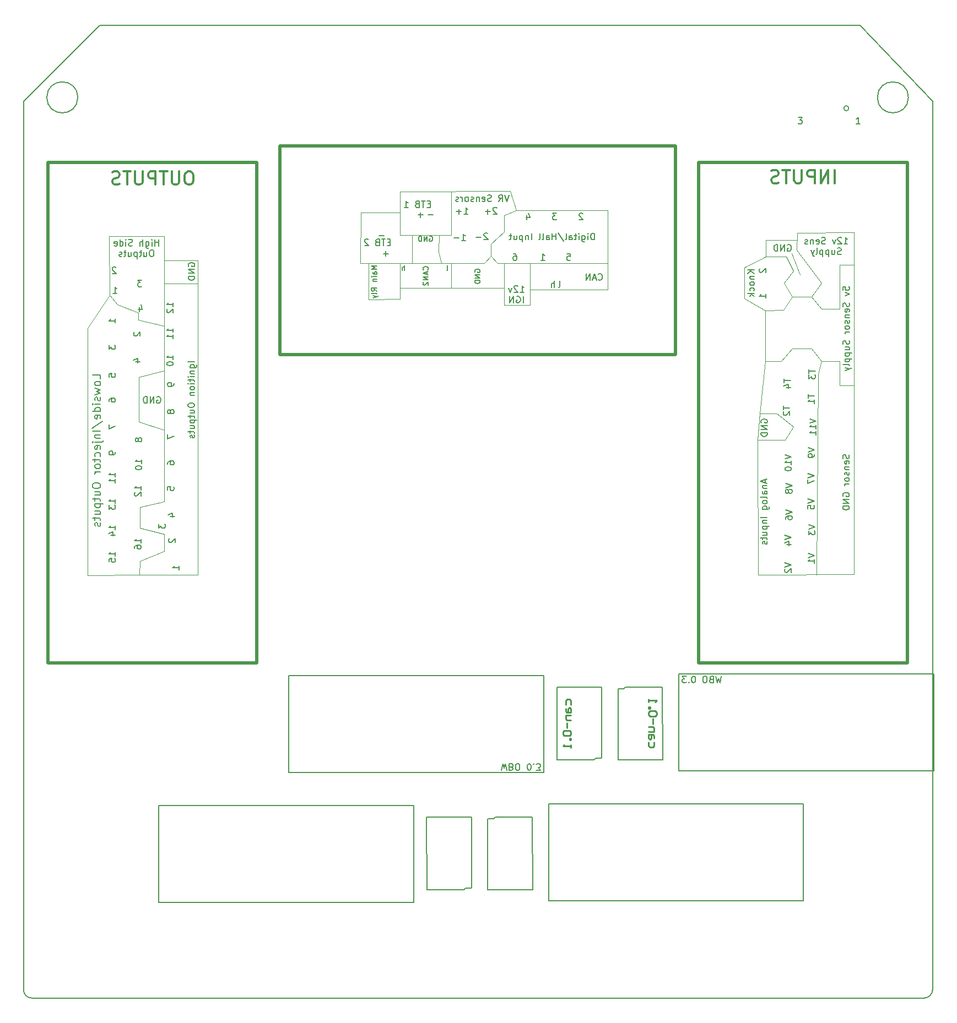
<source format=gbo>
G75*
G70*
%OFA0B0*%
%FSLAX25Y25*%
%IPPOS*%
%LPD*%
%AMOC8*
5,1,8,0,0,1.08239X$1,22.5*
%
%ADD10C,0.00787*%
%ADD56C,0.00512*%
%ADD57C,0.00591*%
%ADD58C,0.00550*%
%ADD59C,0.01181*%
%ADD60C,0.00600*%
%ADD62C,0.00472*%
%ADD63C,0.01969*%
%ADD99C,0.01000*%
X0000000Y0000000D02*
%LPD*%
G01*
D10*
X0000000Y0005000D02*
X0000000Y0542693D01*
X0505989Y0589000D02*
X0046272Y0589000D01*
X0046272Y0589000D02*
X0000000Y0542693D01*
X0550000Y0005000D02*
X0550000Y0542693D01*
X0545000Y0000000D02*
G75*
G03*
X0550000Y0005000I0000000J0005000D01*
G01*
X0032875Y0545250D02*
G75*
G03*
X0032875Y0545250I-009375J0000000D01*
G01*
X0505989Y0589000D02*
X0550000Y0542693D01*
X0000000Y0005000D02*
G75*
G03*
X0005000Y0000000I0005000J0000000D01*
G01*
X0545000Y0000000D02*
X0005000Y0000000D01*
X0535405Y0545250D02*
G75*
G03*
X0535405Y0545250I-009375J0000000D01*
G01*
D56*
D57*
X0506125Y0529219D02*
X0503875Y0529219D01*
X0505000Y0529219D02*
X0505000Y0533156D01*
X0504625Y0532594D01*
X0504250Y0532219D01*
X0503875Y0532031D01*
X0468688Y0533156D02*
X0471125Y0533156D01*
X0469813Y0531656D01*
X0470375Y0531656D01*
X0470750Y0531469D01*
X0470938Y0531281D01*
X0471125Y0530906D01*
X0471125Y0529969D01*
X0470938Y0529594D01*
X0470750Y0529407D01*
X0470375Y0529219D01*
X0469250Y0529219D01*
X0468875Y0529407D01*
X0468688Y0529594D01*
X0468688Y0533156D02*
X0471125Y0533156D01*
X0469813Y0531656D01*
X0470375Y0531656D01*
X0470750Y0531469D01*
X0470938Y0531281D01*
X0471125Y0530906D01*
X0471125Y0529969D01*
X0470938Y0529594D01*
X0470750Y0529407D01*
X0470375Y0529219D01*
X0469250Y0529219D01*
X0468875Y0529407D01*
X0468688Y0529594D01*
X0506125Y0529219D02*
X0503875Y0529219D01*
X0505000Y0529219D02*
X0505000Y0533156D01*
X0504625Y0532594D01*
X0504250Y0532219D01*
X0503875Y0532031D01*
X0055596Y0299675D02*
X0055596Y0301925D01*
X0055596Y0300800D02*
X0051659Y0300800D01*
X0052222Y0301175D01*
X0052597Y0301550D01*
X0052784Y0301925D01*
X0051659Y0298363D02*
X0051659Y0295926D01*
X0053159Y0297238D01*
X0053159Y0296676D01*
X0053346Y0296301D01*
X0053534Y0296113D01*
X0053909Y0295926D01*
X0054846Y0295926D01*
X0055221Y0296113D01*
X0055409Y0296301D01*
X0055596Y0296676D01*
X0055596Y0297800D01*
X0055409Y0298175D01*
X0055221Y0298363D01*
X0051659Y0375988D02*
X0051659Y0377863D01*
X0053534Y0378050D01*
X0053346Y0377863D01*
X0053159Y0377488D01*
X0053159Y0376550D01*
X0053346Y0376175D01*
X0053534Y0375988D01*
X0053909Y0375800D01*
X0054846Y0375800D01*
X0055221Y0375988D01*
X0055409Y0376175D01*
X0055596Y0376550D01*
X0055596Y0377488D01*
X0055409Y0377863D01*
X0055221Y0378050D01*
X0296565Y0450581D02*
X0297315Y0450581D01*
X0297690Y0450394D01*
X0297878Y0450206D01*
X0298252Y0449644D01*
X0298440Y0448894D01*
X0298440Y0447394D01*
X0298252Y0447019D01*
X0298065Y0446832D01*
X0297690Y0446644D01*
X0296940Y0446644D01*
X0296565Y0446832D01*
X0296378Y0447019D01*
X0296190Y0447394D01*
X0296190Y0448332D01*
X0296378Y0448707D01*
X0296565Y0448894D01*
X0296940Y0449082D01*
X0297690Y0449082D01*
X0298065Y0448894D01*
X0298252Y0448707D01*
X0298440Y0448332D01*
X0495754Y0428558D02*
X0495754Y0430433D01*
X0497628Y0430621D01*
X0497441Y0430433D01*
X0497253Y0430058D01*
X0497253Y0429121D01*
X0497441Y0428746D01*
X0497628Y0428558D01*
X0498003Y0428371D01*
X0498941Y0428371D01*
X0499316Y0428558D01*
X0499503Y0428746D01*
X0499691Y0429121D01*
X0499691Y0430058D01*
X0499503Y0430433D01*
X0499316Y0430621D01*
X0497066Y0427058D02*
X0499691Y0426121D01*
X0497066Y0425184D01*
X0499503Y0420872D02*
X0499691Y0420309D01*
X0499691Y0419372D01*
X0499503Y0418997D01*
X0499316Y0418809D01*
X0498941Y0418622D01*
X0498566Y0418622D01*
X0498191Y0418809D01*
X0498003Y0418997D01*
X0497816Y0419372D01*
X0497628Y0420122D01*
X0497441Y0420497D01*
X0497253Y0420684D01*
X0496878Y0420872D01*
X0496504Y0420872D01*
X0496129Y0420684D01*
X0495941Y0420497D01*
X0495754Y0420122D01*
X0495754Y0419184D01*
X0495941Y0418622D01*
X0499503Y0415435D02*
X0499691Y0415810D01*
X0499691Y0416560D01*
X0499503Y0416935D01*
X0499128Y0417122D01*
X0497628Y0417122D01*
X0497253Y0416935D01*
X0497066Y0416560D01*
X0497066Y0415810D01*
X0497253Y0415435D01*
X0497628Y0415247D01*
X0498003Y0415247D01*
X0498378Y0417122D01*
X0497066Y0413560D02*
X0499691Y0413560D01*
X0497441Y0413560D02*
X0497253Y0413373D01*
X0497066Y0412998D01*
X0497066Y0412435D01*
X0497253Y0412060D01*
X0497628Y0411873D01*
X0499691Y0411873D01*
X0499503Y0410186D02*
X0499691Y0409811D01*
X0499691Y0409061D01*
X0499503Y0408686D01*
X0499128Y0408498D01*
X0498941Y0408498D01*
X0498566Y0408686D01*
X0498378Y0409061D01*
X0498378Y0409623D01*
X0498191Y0409998D01*
X0497816Y0410186D01*
X0497628Y0410186D01*
X0497253Y0409998D01*
X0497066Y0409623D01*
X0497066Y0409061D01*
X0497253Y0408686D01*
X0499691Y0406249D02*
X0499503Y0406624D01*
X0499316Y0406811D01*
X0498941Y0406998D01*
X0497816Y0406998D01*
X0497441Y0406811D01*
X0497253Y0406624D01*
X0497066Y0406249D01*
X0497066Y0405686D01*
X0497253Y0405311D01*
X0497441Y0405124D01*
X0497816Y0404936D01*
X0498941Y0404936D01*
X0499316Y0405124D01*
X0499503Y0405311D01*
X0499691Y0405686D01*
X0499691Y0406249D01*
X0499691Y0403249D02*
X0497066Y0403249D01*
X0497816Y0403249D02*
X0497441Y0403061D01*
X0497253Y0402874D01*
X0497066Y0402499D01*
X0497066Y0402124D01*
X0499503Y0398000D02*
X0499691Y0397437D01*
X0499691Y0396500D01*
X0499503Y0396125D01*
X0499316Y0395937D01*
X0498941Y0395750D01*
X0498566Y0395750D01*
X0498191Y0395937D01*
X0498003Y0396125D01*
X0497816Y0396500D01*
X0497628Y0397250D01*
X0497441Y0397625D01*
X0497253Y0397812D01*
X0496878Y0398000D01*
X0496504Y0398000D01*
X0496129Y0397812D01*
X0495941Y0397625D01*
X0495754Y0397250D01*
X0495754Y0396312D01*
X0495941Y0395750D01*
X0497066Y0392375D02*
X0499691Y0392375D01*
X0497066Y0394063D02*
X0499128Y0394063D01*
X0499503Y0393875D01*
X0499691Y0393500D01*
X0499691Y0392938D01*
X0499503Y0392563D01*
X0499316Y0392375D01*
X0497066Y0390501D02*
X0501003Y0390501D01*
X0497253Y0390501D02*
X0497066Y0390126D01*
X0497066Y0389376D01*
X0497253Y0389001D01*
X0497441Y0388813D01*
X0497816Y0388626D01*
X0498941Y0388626D01*
X0499316Y0388813D01*
X0499503Y0389001D01*
X0499691Y0389376D01*
X0499691Y0390126D01*
X0499503Y0390501D01*
X0497066Y0386938D02*
X0501003Y0386938D01*
X0497253Y0386938D02*
X0497066Y0386564D01*
X0497066Y0385814D01*
X0497253Y0385439D01*
X0497441Y0385251D01*
X0497816Y0385064D01*
X0498941Y0385064D01*
X0499316Y0385251D01*
X0499503Y0385439D01*
X0499691Y0385814D01*
X0499691Y0386564D01*
X0499503Y0386938D01*
X0499691Y0382814D02*
X0499503Y0383189D01*
X0499128Y0383376D01*
X0495754Y0383376D01*
X0497066Y0381689D02*
X0499691Y0380752D01*
X0497066Y0379814D02*
X0499691Y0380752D01*
X0500628Y0381127D01*
X0500815Y0381314D01*
X0501003Y0381689D01*
D59*
X0490664Y0493285D02*
X0490664Y0501159D01*
X0486914Y0493285D02*
X0486914Y0501159D01*
X0482415Y0493285D01*
X0482415Y0501159D01*
X0478665Y0493285D02*
X0478665Y0501159D01*
X0475666Y0501159D01*
X0474916Y0500784D01*
X0474541Y0500409D01*
X0474166Y0499659D01*
X0474166Y0498534D01*
X0474541Y0497784D01*
X0474916Y0497409D01*
X0475666Y0497034D01*
X0478665Y0497034D01*
X0470791Y0501159D02*
X0470791Y0494784D01*
X0470416Y0494034D01*
X0470041Y0493660D01*
X0469291Y0493285D01*
X0467791Y0493285D01*
X0467042Y0493660D01*
X0466667Y0494034D01*
X0466292Y0494784D01*
X0466292Y0501159D01*
X0463667Y0501159D02*
X0459168Y0501159D01*
X0461417Y0493285D02*
X0461417Y0501159D01*
X0456918Y0493660D02*
X0455793Y0493285D01*
X0453918Y0493285D01*
X0453168Y0493660D01*
X0452793Y0494034D01*
X0452418Y0494784D01*
X0452418Y0495534D01*
X0452793Y0496284D01*
X0453168Y0496659D01*
X0453918Y0497034D01*
X0455418Y0497409D01*
X0456168Y0497784D01*
X0456543Y0498159D01*
X0456918Y0498909D01*
X0456918Y0499659D01*
X0456543Y0500409D01*
X0456168Y0500784D01*
X0455418Y0501159D01*
X0453543Y0501159D01*
X0452418Y0500784D01*
D57*
X0055596Y0315675D02*
X0055596Y0317925D01*
X0055596Y0316800D02*
X0051659Y0316800D01*
X0052222Y0317175D01*
X0052597Y0317550D01*
X0052784Y0317925D01*
X0055596Y0311926D02*
X0055596Y0314175D01*
X0055596Y0313051D02*
X0051659Y0313051D01*
X0052222Y0313426D01*
X0052597Y0313800D01*
X0052784Y0314175D01*
X0220815Y0450644D02*
X0217815Y0450644D01*
X0219315Y0449144D02*
X0219315Y0452144D01*
X0090636Y0403108D02*
X0090636Y0405358D01*
X0090636Y0404233D02*
X0086699Y0404233D01*
X0087261Y0404608D01*
X0087636Y0404983D01*
X0087823Y0405358D01*
X0090636Y0399359D02*
X0090636Y0401609D01*
X0090636Y0400484D02*
X0086699Y0400484D01*
X0087261Y0400859D01*
X0087636Y0401234D01*
X0087823Y0401609D01*
X0280877Y0462706D02*
X0280690Y0462894D01*
X0280315Y0463081D01*
X0279377Y0463081D01*
X0279002Y0462894D01*
X0278815Y0462706D01*
X0278627Y0462331D01*
X0278627Y0461956D01*
X0278815Y0461394D01*
X0281065Y0459144D01*
X0278627Y0459144D01*
X0276940Y0460644D02*
X0273941Y0460644D01*
X0055596Y0283675D02*
X0055596Y0285925D01*
X0055596Y0284800D02*
X0051659Y0284800D01*
X0052222Y0285175D01*
X0052597Y0285550D01*
X0052784Y0285925D01*
X0052971Y0280301D02*
X0055596Y0280301D01*
X0051472Y0281238D02*
X0054284Y0282175D01*
X0054284Y0279738D01*
X0461108Y0311648D02*
X0465045Y0310336D01*
X0461108Y0309023D01*
X0462795Y0307148D02*
X0462608Y0307523D01*
X0462420Y0307711D01*
X0462045Y0307898D01*
X0461858Y0307898D01*
X0461483Y0307711D01*
X0461295Y0307523D01*
X0461108Y0307148D01*
X0461108Y0306399D01*
X0461295Y0306024D01*
X0461483Y0305836D01*
X0461858Y0305649D01*
X0462045Y0305649D01*
X0462420Y0305836D01*
X0462608Y0306024D01*
X0462795Y0306399D01*
X0462795Y0307148D01*
X0462983Y0307523D01*
X0463170Y0307711D01*
X0463545Y0307898D01*
X0464295Y0307898D01*
X0464670Y0307711D01*
X0464857Y0307523D01*
X0465045Y0307148D01*
X0465045Y0306399D01*
X0464857Y0306024D01*
X0464670Y0305836D01*
X0464295Y0305649D01*
X0463545Y0305649D01*
X0463170Y0305836D01*
X0462983Y0306024D01*
X0462795Y0306399D01*
X0088255Y0278050D02*
X0088067Y0277863D01*
X0087880Y0277488D01*
X0087880Y0276550D01*
X0088067Y0276175D01*
X0088255Y0275988D01*
X0088630Y0275800D01*
X0089004Y0275800D01*
X0089567Y0275988D01*
X0091817Y0278238D01*
X0091817Y0275800D01*
X0070065Y0418269D02*
X0070065Y0415644D01*
X0071003Y0419769D02*
X0071940Y0416957D01*
X0069503Y0416957D01*
D60*
X0244623Y0440782D02*
X0244776Y0440934D01*
X0244928Y0441391D01*
X0244928Y0441696D01*
X0244776Y0442153D01*
X0244471Y0442458D01*
X0244166Y0442610D01*
X0243557Y0442763D01*
X0243100Y0442763D01*
X0242490Y0442610D01*
X0242185Y0442458D01*
X0241880Y0442153D01*
X0241728Y0441696D01*
X0241728Y0441391D01*
X0241880Y0440934D01*
X0242033Y0440782D01*
X0244014Y0439563D02*
X0244014Y0438039D01*
X0244928Y0439868D02*
X0241728Y0438801D01*
X0244928Y0437734D01*
X0244928Y0436668D02*
X0241728Y0436668D01*
X0244928Y0434839D01*
X0241728Y0434839D01*
X0242033Y0433468D02*
X0241880Y0433315D01*
X0241728Y0433010D01*
X0241728Y0432249D01*
X0241880Y0431944D01*
X0242033Y0431791D01*
X0242338Y0431639D01*
X0242642Y0431639D01*
X0243100Y0431791D01*
X0244928Y0433620D01*
X0244928Y0431639D01*
D57*
X0071627Y0434581D02*
X0069190Y0434581D01*
X0070503Y0433082D01*
X0069940Y0433082D01*
X0069565Y0432894D01*
X0069378Y0432707D01*
X0069190Y0432332D01*
X0069190Y0431394D01*
X0069378Y0431019D01*
X0069565Y0430832D01*
X0069940Y0430644D01*
X0071065Y0430644D01*
X0071440Y0430832D01*
X0071627Y0431019D01*
X0474494Y0302053D02*
X0478431Y0300741D01*
X0474494Y0299429D01*
X0474494Y0296242D02*
X0474494Y0298116D01*
X0476369Y0298304D01*
X0476181Y0298116D01*
X0475994Y0297741D01*
X0475994Y0296804D01*
X0476181Y0296429D01*
X0476369Y0296242D01*
X0476744Y0296054D01*
X0477681Y0296054D01*
X0478056Y0296242D01*
X0478243Y0296429D01*
X0478431Y0296804D01*
X0478431Y0297741D01*
X0478243Y0298116D01*
X0478056Y0298304D01*
X0081777Y0286938D02*
X0081777Y0284501D01*
X0083277Y0285814D01*
X0083277Y0285251D01*
X0083465Y0284876D01*
X0083652Y0284689D01*
X0084027Y0284501D01*
X0084964Y0284501D01*
X0085339Y0284689D01*
X0085527Y0284876D01*
X0085714Y0285251D01*
X0085714Y0286376D01*
X0085527Y0286751D01*
X0085339Y0286938D01*
X0218315Y0461644D02*
X0215315Y0461644D01*
X0090596Y0386675D02*
X0090596Y0388925D01*
X0090596Y0387800D02*
X0086659Y0387800D01*
X0087222Y0388175D01*
X0087597Y0388550D01*
X0087784Y0388925D01*
X0086659Y0384238D02*
X0086659Y0383863D01*
X0086847Y0383488D01*
X0087034Y0383301D01*
X0087409Y0383113D01*
X0088159Y0382926D01*
X0089096Y0382926D01*
X0089846Y0383113D01*
X0090221Y0383301D01*
X0090409Y0383488D01*
X0090596Y0383863D01*
X0090596Y0384238D01*
X0090409Y0384613D01*
X0090221Y0384800D01*
X0089846Y0384988D01*
X0089096Y0385175D01*
X0088159Y0385175D01*
X0087409Y0384988D01*
X0087034Y0384800D01*
X0086847Y0384613D01*
X0086659Y0384238D01*
X0300565Y0427314D02*
X0302815Y0427314D01*
X0301690Y0427314D02*
X0301690Y0431251D01*
X0302065Y0430688D01*
X0302440Y0430313D01*
X0302815Y0430126D01*
X0299065Y0430876D02*
X0298878Y0431063D01*
X0298503Y0431251D01*
X0297565Y0431251D01*
X0297190Y0431063D01*
X0297003Y0430876D01*
X0296815Y0430501D01*
X0296815Y0430126D01*
X0297003Y0429563D01*
X0299252Y0427314D01*
X0296815Y0427314D01*
X0295503Y0429938D02*
X0294566Y0427314D01*
X0293628Y0429938D01*
X0302346Y0420975D02*
X0302346Y0424912D01*
X0298409Y0424725D02*
X0298784Y0424912D01*
X0299346Y0424912D01*
X0299909Y0424725D01*
X0300284Y0424350D01*
X0300471Y0423975D01*
X0300659Y0423225D01*
X0300659Y0422662D01*
X0300471Y0421912D01*
X0300284Y0421537D01*
X0299909Y0421163D01*
X0299346Y0420975D01*
X0298971Y0420975D01*
X0298409Y0421163D01*
X0298221Y0421350D01*
X0298221Y0422662D01*
X0298971Y0422662D01*
X0296534Y0420975D02*
X0296534Y0424912D01*
X0294284Y0420975D01*
X0294284Y0424912D01*
X0087159Y0323175D02*
X0087159Y0323925D01*
X0087347Y0324300D01*
X0087534Y0324488D01*
X0088097Y0324863D01*
X0088846Y0325050D01*
X0090346Y0325050D01*
X0090721Y0324863D01*
X0090909Y0324675D01*
X0091096Y0324300D01*
X0091096Y0323550D01*
X0090909Y0323175D01*
X0090721Y0322988D01*
X0090346Y0322800D01*
X0089409Y0322800D01*
X0089034Y0322988D01*
X0088846Y0323175D01*
X0088659Y0323550D01*
X0088659Y0324300D01*
X0088846Y0324675D01*
X0089034Y0324863D01*
X0089409Y0325050D01*
X0460608Y0280148D02*
X0464545Y0278836D01*
X0460608Y0277523D01*
X0461920Y0274524D02*
X0464545Y0274524D01*
X0460420Y0275461D02*
X0463233Y0276398D01*
X0463233Y0273961D01*
X0099847Y0442925D02*
X0099659Y0443300D01*
X0099659Y0443862D01*
X0099847Y0444425D01*
X0100222Y0444800D01*
X0100597Y0444987D01*
X0101346Y0445175D01*
X0101909Y0445175D01*
X0102659Y0444987D01*
X0103034Y0444800D01*
X0103409Y0444425D01*
X0103596Y0443862D01*
X0103596Y0443487D01*
X0103409Y0442925D01*
X0103221Y0442738D01*
X0101909Y0442738D01*
X0101909Y0443487D01*
X0103596Y0441050D02*
X0099659Y0441050D01*
X0103596Y0438800D01*
X0099659Y0438800D01*
X0103596Y0436926D02*
X0099659Y0436926D01*
X0099659Y0435988D01*
X0099847Y0435426D01*
X0100222Y0435051D01*
X0100597Y0434863D01*
X0101346Y0434676D01*
X0101909Y0434676D01*
X0102659Y0434863D01*
X0103034Y0435051D01*
X0103409Y0435426D01*
X0103596Y0435988D01*
X0103596Y0436926D01*
X0474494Y0317553D02*
X0478431Y0316241D01*
X0474494Y0314929D01*
X0474494Y0313991D02*
X0474494Y0311367D01*
X0478431Y0313054D01*
D60*
X0245722Y0461143D02*
X0246026Y0461296D01*
X0246484Y0461296D01*
X0246941Y0461143D01*
X0247246Y0460839D01*
X0247398Y0460534D01*
X0247550Y0459924D01*
X0247550Y0459467D01*
X0247398Y0458858D01*
X0247246Y0458553D01*
X0246941Y0458248D01*
X0246484Y0458096D01*
X0246179Y0458096D01*
X0245722Y0458248D01*
X0245569Y0458401D01*
X0245569Y0459467D01*
X0246179Y0459467D01*
X0244198Y0458096D02*
X0244198Y0461296D01*
X0242369Y0458096D01*
X0242369Y0461296D01*
X0240846Y0458096D02*
X0240846Y0461296D01*
X0240084Y0461296D01*
X0239626Y0461143D01*
X0239322Y0460839D01*
X0239169Y0460534D01*
X0239017Y0459924D01*
X0239017Y0459467D01*
X0239169Y0458858D01*
X0239322Y0458553D01*
X0239626Y0458248D01*
X0240084Y0458096D01*
X0240846Y0458096D01*
D57*
X0475191Y0380594D02*
X0475191Y0378345D01*
X0479128Y0379469D02*
X0475191Y0379469D01*
X0475191Y0377407D02*
X0475191Y0374970D01*
X0476690Y0376282D01*
X0476690Y0375720D01*
X0476878Y0375345D01*
X0477065Y0375157D01*
X0477440Y0374970D01*
X0478378Y0374970D01*
X0478753Y0375157D01*
X0478940Y0375345D01*
X0479128Y0375720D01*
X0479128Y0376845D01*
X0478940Y0377220D01*
X0478753Y0377407D01*
X0347846Y0435019D02*
X0348034Y0434832D01*
X0348596Y0434644D01*
X0348971Y0434644D01*
X0349533Y0434832D01*
X0349908Y0435207D01*
X0350096Y0435582D01*
X0350283Y0436332D01*
X0350283Y0436894D01*
X0350096Y0437644D01*
X0349908Y0438019D01*
X0349533Y0438394D01*
X0348971Y0438581D01*
X0348596Y0438581D01*
X0348034Y0438394D01*
X0347846Y0438206D01*
X0346346Y0435769D02*
X0344471Y0435769D01*
X0346721Y0434644D02*
X0345409Y0438581D01*
X0344097Y0434644D01*
X0342784Y0434644D02*
X0342784Y0438581D01*
X0340534Y0434644D01*
X0340534Y0438581D01*
X0088971Y0291675D02*
X0091596Y0291675D01*
X0087472Y0292613D02*
X0090284Y0293550D01*
X0090284Y0291113D01*
X0496391Y0456503D02*
X0498641Y0456503D01*
X0497516Y0456503D02*
X0497516Y0460440D01*
X0497891Y0459877D01*
X0498266Y0459502D01*
X0498641Y0459315D01*
X0494891Y0460065D02*
X0494704Y0460252D01*
X0494329Y0460440D01*
X0493391Y0460440D01*
X0493016Y0460252D01*
X0492829Y0460065D01*
X0492642Y0459690D01*
X0492642Y0459315D01*
X0492829Y0458752D01*
X0495079Y0456503D01*
X0492642Y0456503D01*
X0491329Y0459127D02*
X0490392Y0456503D01*
X0489454Y0459127D01*
X0485142Y0456690D02*
X0484580Y0456503D01*
X0483643Y0456503D01*
X0483268Y0456690D01*
X0483080Y0456878D01*
X0482893Y0457252D01*
X0482893Y0457627D01*
X0483080Y0458002D01*
X0483268Y0458190D01*
X0483643Y0458377D01*
X0484393Y0458565D01*
X0484767Y0458752D01*
X0484955Y0458940D01*
X0485142Y0459315D01*
X0485142Y0459690D01*
X0484955Y0460065D01*
X0484767Y0460252D01*
X0484393Y0460440D01*
X0483455Y0460440D01*
X0482893Y0460252D01*
X0479706Y0456690D02*
X0480081Y0456503D01*
X0480830Y0456503D01*
X0481205Y0456690D01*
X0481393Y0457065D01*
X0481393Y0458565D01*
X0481205Y0458940D01*
X0480830Y0459127D01*
X0480081Y0459127D01*
X0479706Y0458940D01*
X0479518Y0458565D01*
X0479518Y0458190D01*
X0481393Y0457815D01*
X0477831Y0459127D02*
X0477831Y0456503D01*
X0477831Y0458752D02*
X0477643Y0458940D01*
X0477268Y0459127D01*
X0476706Y0459127D01*
X0476331Y0458940D01*
X0476144Y0458565D01*
X0476144Y0456503D01*
X0474456Y0456690D02*
X0474081Y0456503D01*
X0473331Y0456503D01*
X0472956Y0456690D01*
X0472769Y0457065D01*
X0472769Y0457252D01*
X0472956Y0457627D01*
X0473331Y0457815D01*
X0473894Y0457815D01*
X0474269Y0458002D01*
X0474456Y0458377D01*
X0474456Y0458565D01*
X0474269Y0458940D01*
X0473894Y0459127D01*
X0473331Y0459127D01*
X0472956Y0458940D01*
X0494704Y0450351D02*
X0494141Y0450164D01*
X0493204Y0450164D01*
X0492829Y0450351D01*
X0492642Y0450539D01*
X0492454Y0450914D01*
X0492454Y0451289D01*
X0492642Y0451664D01*
X0492829Y0451851D01*
X0493204Y0452039D01*
X0493954Y0452226D01*
X0494329Y0452414D01*
X0494516Y0452601D01*
X0494704Y0452976D01*
X0494704Y0453351D01*
X0494516Y0453726D01*
X0494329Y0453914D01*
X0493954Y0454101D01*
X0493016Y0454101D01*
X0492454Y0453914D01*
X0489079Y0452789D02*
X0489079Y0450164D01*
X0490767Y0452789D02*
X0490767Y0450726D01*
X0490579Y0450351D01*
X0490204Y0450164D01*
X0489642Y0450164D01*
X0489267Y0450351D01*
X0489079Y0450539D01*
X0487205Y0452789D02*
X0487205Y0448852D01*
X0487205Y0452601D02*
X0486830Y0452789D01*
X0486080Y0452789D01*
X0485705Y0452601D01*
X0485517Y0452414D01*
X0485330Y0452039D01*
X0485330Y0450914D01*
X0485517Y0450539D01*
X0485705Y0450351D01*
X0486080Y0450164D01*
X0486830Y0450164D01*
X0487205Y0450351D01*
X0483643Y0452789D02*
X0483643Y0448852D01*
X0483643Y0452601D02*
X0483268Y0452789D01*
X0482518Y0452789D01*
X0482143Y0452601D01*
X0481955Y0452414D01*
X0481768Y0452039D01*
X0481768Y0450914D01*
X0481955Y0450539D01*
X0482143Y0450351D01*
X0482518Y0450164D01*
X0483268Y0450164D01*
X0483643Y0450351D01*
X0479518Y0450164D02*
X0479893Y0450351D01*
X0480081Y0450726D01*
X0480081Y0454101D01*
X0478393Y0452789D02*
X0477456Y0450164D01*
X0476519Y0452789D02*
X0477456Y0450164D01*
X0477831Y0449227D01*
X0478018Y0449039D01*
X0478393Y0448852D01*
X0087159Y0341238D02*
X0087159Y0338613D01*
X0091096Y0340300D01*
X0265127Y0458644D02*
X0267377Y0458644D01*
X0266252Y0458644D02*
X0266252Y0462581D01*
X0266627Y0462019D01*
X0267002Y0461644D01*
X0267377Y0461456D01*
X0263440Y0460144D02*
X0260441Y0460144D01*
X0221935Y0457561D02*
X0220622Y0457561D01*
X0220060Y0455499D02*
X0221935Y0455499D01*
X0221935Y0459436D01*
X0220060Y0459436D01*
X0218935Y0459436D02*
X0216685Y0459436D01*
X0217810Y0455499D02*
X0217810Y0459436D01*
X0214061Y0457561D02*
X0213498Y0457373D01*
X0213311Y0457186D01*
X0213123Y0456811D01*
X0213123Y0456249D01*
X0213311Y0455874D01*
X0213498Y0455686D01*
X0213873Y0455499D01*
X0215373Y0455499D01*
X0215373Y0459436D01*
X0214061Y0459436D01*
X0213686Y0459248D01*
X0213498Y0459061D01*
X0213311Y0458686D01*
X0213311Y0458311D01*
X0213498Y0457936D01*
X0213686Y0457748D01*
X0214061Y0457561D01*
X0215373Y0457561D01*
X0208624Y0459061D02*
X0208436Y0459248D01*
X0208061Y0459436D01*
X0207124Y0459436D01*
X0206749Y0459248D01*
X0206562Y0459061D01*
X0206374Y0458686D01*
X0206374Y0458311D01*
X0206562Y0457748D01*
X0208811Y0455499D01*
X0206374Y0455499D01*
X0055596Y0330675D02*
X0055596Y0329925D01*
X0055409Y0329550D01*
X0055221Y0329363D01*
X0054659Y0328988D01*
X0053909Y0328800D01*
X0052409Y0328800D01*
X0052034Y0328988D01*
X0051847Y0329175D01*
X0051659Y0329550D01*
X0051659Y0330300D01*
X0051847Y0330675D01*
X0052034Y0330863D01*
X0052409Y0331050D01*
X0053346Y0331050D01*
X0053721Y0330863D01*
X0053909Y0330675D01*
X0054096Y0330300D01*
X0054096Y0329550D01*
X0053909Y0329175D01*
X0053721Y0328988D01*
X0053346Y0328800D01*
X0087159Y0307488D02*
X0087159Y0309363D01*
X0089034Y0309550D01*
X0088846Y0309363D01*
X0088659Y0308988D01*
X0088659Y0308050D01*
X0088846Y0307675D01*
X0089034Y0307488D01*
X0089409Y0307300D01*
X0090346Y0307300D01*
X0090721Y0307488D01*
X0090909Y0307675D01*
X0091096Y0308050D01*
X0091096Y0308988D01*
X0090909Y0309363D01*
X0090721Y0309550D01*
X0088846Y0355300D02*
X0088659Y0355675D01*
X0088471Y0355863D01*
X0088097Y0356050D01*
X0087909Y0356050D01*
X0087534Y0355863D01*
X0087347Y0355675D01*
X0087159Y0355300D01*
X0087159Y0354550D01*
X0087347Y0354175D01*
X0087534Y0353988D01*
X0087909Y0353800D01*
X0088097Y0353800D01*
X0088471Y0353988D01*
X0088659Y0354175D01*
X0088846Y0354550D01*
X0088846Y0355300D01*
X0089034Y0355675D01*
X0089221Y0355863D01*
X0089596Y0356050D01*
X0090346Y0356050D01*
X0090721Y0355863D01*
X0090909Y0355675D01*
X0091096Y0355300D01*
X0091096Y0354550D01*
X0090909Y0354175D01*
X0090721Y0353988D01*
X0090346Y0353800D01*
X0089596Y0353800D01*
X0089221Y0353988D01*
X0089034Y0354175D01*
X0088846Y0354550D01*
X0054265Y0426644D02*
X0056515Y0426644D01*
X0055390Y0426644D02*
X0055390Y0430581D01*
X0055765Y0430019D01*
X0056140Y0429644D01*
X0056515Y0429456D01*
X0323846Y0430144D02*
X0324221Y0430332D01*
X0324409Y0430707D01*
X0324409Y0434081D01*
X0055596Y0408800D02*
X0055596Y0411050D01*
X0055596Y0409925D02*
X0051659Y0409925D01*
X0052222Y0410300D01*
X0052597Y0410675D01*
X0052784Y0411050D01*
D60*
X0230584Y0440478D02*
X0230584Y0443678D01*
X0229212Y0440478D02*
X0229212Y0442154D01*
X0229364Y0442459D01*
X0229669Y0442611D01*
X0230126Y0442611D01*
X0230431Y0442459D01*
X0230584Y0442306D01*
D57*
X0448763Y0313879D02*
X0448763Y0312004D01*
X0449887Y0314254D02*
X0445950Y0312941D01*
X0449887Y0311629D01*
X0447263Y0310317D02*
X0449887Y0310317D01*
X0447638Y0310317D02*
X0447450Y0310129D01*
X0447263Y0309754D01*
X0447263Y0309192D01*
X0447450Y0308817D01*
X0447825Y0308630D01*
X0449887Y0308630D01*
X0449887Y0305067D02*
X0447825Y0305067D01*
X0447450Y0305255D01*
X0447263Y0305630D01*
X0447263Y0306380D01*
X0447450Y0306755D01*
X0449700Y0305067D02*
X0449887Y0305442D01*
X0449887Y0306380D01*
X0449700Y0306755D01*
X0449325Y0306942D01*
X0448950Y0306942D01*
X0448575Y0306755D01*
X0448388Y0306380D01*
X0448388Y0305442D01*
X0448200Y0305067D01*
X0449887Y0302630D02*
X0449700Y0303005D01*
X0449325Y0303193D01*
X0445950Y0303193D01*
X0449887Y0300568D02*
X0449700Y0300943D01*
X0449513Y0301130D01*
X0449138Y0301318D01*
X0448013Y0301318D01*
X0447638Y0301130D01*
X0447450Y0300943D01*
X0447263Y0300568D01*
X0447263Y0300006D01*
X0447450Y0299631D01*
X0447638Y0299443D01*
X0448013Y0299256D01*
X0449138Y0299256D01*
X0449513Y0299443D01*
X0449700Y0299631D01*
X0449887Y0300006D01*
X0449887Y0300568D01*
X0447263Y0295881D02*
X0450450Y0295881D01*
X0450825Y0296069D01*
X0451012Y0296256D01*
X0451200Y0296631D01*
X0451200Y0297193D01*
X0451012Y0297568D01*
X0449700Y0295881D02*
X0449887Y0296256D01*
X0449887Y0297006D01*
X0449700Y0297381D01*
X0449513Y0297568D01*
X0449138Y0297756D01*
X0448013Y0297756D01*
X0447638Y0297568D01*
X0447450Y0297381D01*
X0447263Y0297006D01*
X0447263Y0296256D01*
X0447450Y0295881D01*
X0449887Y0291007D02*
X0445950Y0291007D01*
X0447263Y0289132D02*
X0449887Y0289132D01*
X0447638Y0289132D02*
X0447450Y0288944D01*
X0447263Y0288570D01*
X0447263Y0288007D01*
X0447450Y0287632D01*
X0447825Y0287445D01*
X0449887Y0287445D01*
X0447263Y0285570D02*
X0451200Y0285570D01*
X0447450Y0285570D02*
X0447263Y0285195D01*
X0447263Y0284445D01*
X0447450Y0284070D01*
X0447638Y0283883D01*
X0448013Y0283695D01*
X0449138Y0283695D01*
X0449513Y0283883D01*
X0449700Y0284070D01*
X0449887Y0284445D01*
X0449887Y0285195D01*
X0449700Y0285570D01*
X0447263Y0280321D02*
X0449887Y0280321D01*
X0447263Y0282008D02*
X0449325Y0282008D01*
X0449700Y0281820D01*
X0449887Y0281445D01*
X0449887Y0280883D01*
X0449700Y0280508D01*
X0449513Y0280321D01*
X0447263Y0279008D02*
X0447263Y0277508D01*
X0445950Y0278446D02*
X0449325Y0278446D01*
X0449700Y0278258D01*
X0449887Y0277883D01*
X0449887Y0277508D01*
X0449700Y0276384D02*
X0449887Y0276009D01*
X0449887Y0275259D01*
X0449700Y0274884D01*
X0449325Y0274696D01*
X0449138Y0274696D01*
X0448763Y0274884D01*
X0448575Y0275259D01*
X0448575Y0275821D01*
X0448388Y0276196D01*
X0448013Y0276384D01*
X0447825Y0276384D01*
X0447450Y0276196D01*
X0447263Y0275821D01*
X0447263Y0275259D01*
X0447450Y0274884D01*
X0499409Y0328886D02*
X0499596Y0328324D01*
X0499596Y0327387D01*
X0499409Y0327012D01*
X0499221Y0326824D01*
X0498846Y0326637D01*
X0498471Y0326637D01*
X0498096Y0326824D01*
X0497909Y0327012D01*
X0497721Y0327387D01*
X0497534Y0328136D01*
X0497346Y0328511D01*
X0497159Y0328699D01*
X0496784Y0328886D01*
X0496409Y0328886D01*
X0496034Y0328699D01*
X0495847Y0328511D01*
X0495659Y0328136D01*
X0495659Y0327199D01*
X0495847Y0326637D01*
X0499409Y0323450D02*
X0499596Y0323824D01*
X0499596Y0324574D01*
X0499409Y0324949D01*
X0499034Y0325137D01*
X0497534Y0325137D01*
X0497159Y0324949D01*
X0496971Y0324574D01*
X0496971Y0323824D01*
X0497159Y0323450D01*
X0497534Y0323262D01*
X0497909Y0323262D01*
X0498284Y0325137D01*
X0496971Y0321575D02*
X0499596Y0321575D01*
X0497346Y0321575D02*
X0497159Y0321387D01*
X0496971Y0321012D01*
X0496971Y0320450D01*
X0497159Y0320075D01*
X0497534Y0319887D01*
X0499596Y0319887D01*
X0499409Y0318200D02*
X0499596Y0317825D01*
X0499596Y0317075D01*
X0499409Y0316700D01*
X0499034Y0316513D01*
X0498846Y0316513D01*
X0498471Y0316700D01*
X0498284Y0317075D01*
X0498284Y0317638D01*
X0498096Y0318013D01*
X0497721Y0318200D01*
X0497534Y0318200D01*
X0497159Y0318013D01*
X0496971Y0317638D01*
X0496971Y0317075D01*
X0497159Y0316700D01*
X0499596Y0314263D02*
X0499409Y0314638D01*
X0499221Y0314826D01*
X0498846Y0315013D01*
X0497721Y0315013D01*
X0497346Y0314826D01*
X0497159Y0314638D01*
X0496971Y0314263D01*
X0496971Y0313701D01*
X0497159Y0313326D01*
X0497346Y0313138D01*
X0497721Y0312951D01*
X0498846Y0312951D01*
X0499221Y0313138D01*
X0499409Y0313326D01*
X0499596Y0313701D01*
X0499596Y0314263D01*
X0499596Y0311264D02*
X0496971Y0311264D01*
X0497721Y0311264D02*
X0497346Y0311076D01*
X0497159Y0310889D01*
X0496971Y0310514D01*
X0496971Y0310139D01*
X0495847Y0303764D02*
X0495659Y0304139D01*
X0495659Y0304702D01*
X0495847Y0305264D01*
X0496222Y0305639D01*
X0496597Y0305827D01*
X0497346Y0306014D01*
X0497909Y0306014D01*
X0498659Y0305827D01*
X0499034Y0305639D01*
X0499409Y0305264D01*
X0499596Y0304702D01*
X0499596Y0304327D01*
X0499409Y0303764D01*
X0499221Y0303577D01*
X0497909Y0303577D01*
X0497909Y0304327D01*
X0499596Y0301890D02*
X0495659Y0301890D01*
X0499596Y0299640D01*
X0495659Y0299640D01*
X0499596Y0297765D02*
X0495659Y0297765D01*
X0495659Y0296828D01*
X0495847Y0296265D01*
X0496222Y0295890D01*
X0496597Y0295703D01*
X0497346Y0295516D01*
X0497909Y0295516D01*
X0498659Y0295703D01*
X0499034Y0295890D01*
X0499409Y0296265D01*
X0499596Y0296828D01*
X0499596Y0297765D01*
D60*
X0256092Y0440478D02*
X0256396Y0440630D01*
X0256549Y0440935D01*
X0256549Y0443678D01*
D58*
X0213727Y0443258D02*
X0210527Y0443258D01*
X0212813Y0442191D01*
X0210527Y0441124D01*
X0213727Y0441124D01*
X0213727Y0438229D02*
X0212051Y0438229D01*
X0211746Y0438381D01*
X0211594Y0438686D01*
X0211594Y0439296D01*
X0211746Y0439600D01*
X0213575Y0438229D02*
X0213727Y0438534D01*
X0213727Y0439296D01*
X0213575Y0439600D01*
X0213270Y0439753D01*
X0212965Y0439753D01*
X0212661Y0439600D01*
X0212508Y0439296D01*
X0212508Y0438534D01*
X0212356Y0438229D01*
X0213727Y0436705D02*
X0211594Y0436705D01*
X0210527Y0436705D02*
X0210680Y0436858D01*
X0210832Y0436705D01*
X0210680Y0436553D01*
X0210527Y0436705D01*
X0210832Y0436705D01*
X0211594Y0435181D02*
X0213727Y0435181D01*
X0211899Y0435181D02*
X0211746Y0435029D01*
X0211594Y0434724D01*
X0211594Y0434267D01*
X0211746Y0433962D01*
X0212051Y0433810D01*
X0213727Y0433810D01*
X0213727Y0428020D02*
X0212203Y0429086D01*
X0213727Y0429848D02*
X0210527Y0429848D01*
X0210527Y0428629D01*
X0210680Y0428324D01*
X0210832Y0428172D01*
X0211137Y0428020D01*
X0211594Y0428020D01*
X0211899Y0428172D01*
X0212051Y0428324D01*
X0212203Y0428629D01*
X0212203Y0429848D01*
X0213727Y0426191D02*
X0213575Y0426496D01*
X0213270Y0426648D01*
X0210527Y0426648D01*
X0211594Y0425277D02*
X0213727Y0424515D01*
X0211594Y0423753D02*
X0213727Y0424515D01*
X0214489Y0424820D01*
X0214642Y0424972D01*
X0214794Y0425277D01*
D57*
X0091096Y0372175D02*
X0091096Y0371425D01*
X0090909Y0371050D01*
X0090721Y0370863D01*
X0090159Y0370488D01*
X0089409Y0370300D01*
X0087909Y0370300D01*
X0087534Y0370488D01*
X0087347Y0370675D01*
X0087159Y0371050D01*
X0087159Y0371800D01*
X0087347Y0372175D01*
X0087534Y0372363D01*
X0087909Y0372550D01*
X0088846Y0372550D01*
X0089221Y0372363D01*
X0089409Y0372175D01*
X0089596Y0371800D01*
X0089596Y0371050D01*
X0089409Y0370675D01*
X0089221Y0370488D01*
X0088846Y0370300D01*
X0051659Y0395238D02*
X0051659Y0392800D01*
X0053159Y0394113D01*
X0053159Y0393550D01*
X0053346Y0393175D01*
X0053534Y0392988D01*
X0053909Y0392800D01*
X0054846Y0392800D01*
X0055221Y0392988D01*
X0055409Y0393175D01*
X0055596Y0393550D01*
X0055596Y0394675D01*
X0055409Y0395050D01*
X0055221Y0395238D01*
X0103431Y0385073D02*
X0099494Y0385073D01*
X0100806Y0381511D02*
X0103993Y0381511D01*
X0104368Y0381699D01*
X0104556Y0381886D01*
X0104743Y0382261D01*
X0104743Y0382823D01*
X0104556Y0383198D01*
X0103243Y0381511D02*
X0103431Y0381886D01*
X0103431Y0382636D01*
X0103243Y0383011D01*
X0103056Y0383198D01*
X0102681Y0383386D01*
X0101556Y0383386D01*
X0101181Y0383198D01*
X0100994Y0383011D01*
X0100806Y0382636D01*
X0100806Y0381886D01*
X0100994Y0381511D01*
X0100806Y0379636D02*
X0103431Y0379636D01*
X0101181Y0379636D02*
X0100994Y0379449D01*
X0100806Y0379074D01*
X0100806Y0378511D01*
X0100994Y0378136D01*
X0101369Y0377949D01*
X0103431Y0377949D01*
X0103431Y0376074D02*
X0100806Y0376074D01*
X0099494Y0376074D02*
X0099681Y0376262D01*
X0099869Y0376074D01*
X0099681Y0375887D01*
X0099494Y0376074D01*
X0099869Y0376074D01*
X0100806Y0374762D02*
X0100806Y0373262D01*
X0099494Y0374199D02*
X0102868Y0374199D01*
X0103243Y0374012D01*
X0103431Y0373637D01*
X0103431Y0373262D01*
X0103431Y0371950D02*
X0100806Y0371950D01*
X0099494Y0371950D02*
X0099681Y0372137D01*
X0099869Y0371950D01*
X0099681Y0371762D01*
X0099494Y0371950D01*
X0099869Y0371950D01*
X0103431Y0369513D02*
X0103243Y0369887D01*
X0103056Y0370075D01*
X0102681Y0370262D01*
X0101556Y0370262D01*
X0101181Y0370075D01*
X0100994Y0369887D01*
X0100806Y0369513D01*
X0100806Y0368950D01*
X0100994Y0368575D01*
X0101181Y0368388D01*
X0101556Y0368200D01*
X0102681Y0368200D01*
X0103056Y0368388D01*
X0103243Y0368575D01*
X0103431Y0368950D01*
X0103431Y0369513D01*
X0100806Y0366513D02*
X0103431Y0366513D01*
X0101181Y0366513D02*
X0100994Y0366325D01*
X0100806Y0365950D01*
X0100806Y0365388D01*
X0100994Y0365013D01*
X0101369Y0364826D01*
X0103431Y0364826D01*
X0099494Y0359201D02*
X0099494Y0358451D01*
X0099681Y0358076D01*
X0100056Y0357702D01*
X0100806Y0357514D01*
X0102118Y0357514D01*
X0102868Y0357702D01*
X0103243Y0358076D01*
X0103431Y0358451D01*
X0103431Y0359201D01*
X0103243Y0359576D01*
X0102868Y0359951D01*
X0102118Y0360139D01*
X0100806Y0360139D01*
X0100056Y0359951D01*
X0099681Y0359576D01*
X0099494Y0359201D01*
X0100806Y0354139D02*
X0103431Y0354139D01*
X0100806Y0355827D02*
X0102868Y0355827D01*
X0103243Y0355639D01*
X0103431Y0355264D01*
X0103431Y0354702D01*
X0103243Y0354327D01*
X0103056Y0354139D01*
X0100806Y0352827D02*
X0100806Y0351327D01*
X0099494Y0352265D02*
X0102868Y0352265D01*
X0103243Y0352077D01*
X0103431Y0351702D01*
X0103431Y0351327D01*
X0100806Y0350015D02*
X0104743Y0350015D01*
X0100994Y0350015D02*
X0100806Y0349640D01*
X0100806Y0348890D01*
X0100994Y0348515D01*
X0101181Y0348328D01*
X0101556Y0348140D01*
X0102681Y0348140D01*
X0103056Y0348328D01*
X0103243Y0348515D01*
X0103431Y0348890D01*
X0103431Y0349640D01*
X0103243Y0350015D01*
X0100806Y0344766D02*
X0103431Y0344766D01*
X0100806Y0346453D02*
X0102868Y0346453D01*
X0103243Y0346265D01*
X0103431Y0345890D01*
X0103431Y0345328D01*
X0103243Y0344953D01*
X0103056Y0344766D01*
X0100806Y0343453D02*
X0100806Y0341953D01*
X0099494Y0342891D02*
X0102868Y0342891D01*
X0103243Y0342703D01*
X0103431Y0342328D01*
X0103431Y0341953D01*
X0103243Y0340829D02*
X0103431Y0340454D01*
X0103431Y0339704D01*
X0103243Y0339329D01*
X0102868Y0339141D01*
X0102681Y0339141D01*
X0102306Y0339329D01*
X0102118Y0339704D01*
X0102118Y0340266D01*
X0101931Y0340641D01*
X0101556Y0340829D01*
X0101369Y0340829D01*
X0100994Y0340641D01*
X0100806Y0340266D01*
X0100806Y0339704D01*
X0100994Y0339329D01*
X0460159Y0374925D02*
X0460159Y0372675D01*
X0464096Y0373800D02*
X0460159Y0373800D01*
X0461471Y0369676D02*
X0464096Y0369676D01*
X0459972Y0370613D02*
X0462784Y0371550D01*
X0462784Y0369113D01*
X0241815Y0474144D02*
X0238815Y0474144D01*
X0240315Y0472644D02*
X0240315Y0475644D01*
X0449096Y0423800D02*
X0449096Y0426050D01*
X0449096Y0424925D02*
X0445159Y0424925D01*
X0445722Y0425300D01*
X0446097Y0425675D01*
X0446284Y0426050D01*
X0081787Y0455321D02*
X0081787Y0459258D01*
X0081787Y0457384D02*
X0079537Y0457384D01*
X0079537Y0455321D02*
X0079537Y0459258D01*
X0077662Y0455321D02*
X0077662Y0457946D01*
X0077662Y0459258D02*
X0077850Y0459071D01*
X0077662Y0458884D01*
X0077475Y0459071D01*
X0077662Y0459258D01*
X0077662Y0458884D01*
X0074100Y0457946D02*
X0074100Y0454759D01*
X0074288Y0454384D01*
X0074475Y0454197D01*
X0074850Y0454009D01*
X0075412Y0454009D01*
X0075787Y0454197D01*
X0074100Y0455509D02*
X0074475Y0455321D01*
X0075225Y0455321D01*
X0075600Y0455509D01*
X0075787Y0455696D01*
X0075975Y0456071D01*
X0075975Y0457196D01*
X0075787Y0457571D01*
X0075600Y0457759D01*
X0075225Y0457946D01*
X0074475Y0457946D01*
X0074100Y0457759D01*
X0072225Y0455321D02*
X0072225Y0459258D01*
X0070538Y0455321D02*
X0070538Y0457384D01*
X0070726Y0457759D01*
X0071100Y0457946D01*
X0071663Y0457946D01*
X0072038Y0457759D01*
X0072225Y0457571D01*
X0065851Y0455509D02*
X0065289Y0455321D01*
X0064351Y0455321D01*
X0063976Y0455509D01*
X0063789Y0455696D01*
X0063601Y0456071D01*
X0063601Y0456446D01*
X0063789Y0456821D01*
X0063976Y0457009D01*
X0064351Y0457196D01*
X0065101Y0457384D01*
X0065476Y0457571D01*
X0065664Y0457759D01*
X0065851Y0458134D01*
X0065851Y0458509D01*
X0065664Y0458884D01*
X0065476Y0459071D01*
X0065101Y0459258D01*
X0064164Y0459258D01*
X0063601Y0459071D01*
X0061914Y0455321D02*
X0061914Y0457946D01*
X0061914Y0459258D02*
X0062102Y0459071D01*
X0061914Y0458884D01*
X0061727Y0459071D01*
X0061914Y0459258D01*
X0061914Y0458884D01*
X0058352Y0455321D02*
X0058352Y0459258D01*
X0058352Y0455509D02*
X0058727Y0455321D01*
X0059477Y0455321D01*
X0059852Y0455509D01*
X0060039Y0455696D01*
X0060227Y0456071D01*
X0060227Y0457196D01*
X0060039Y0457571D01*
X0059852Y0457759D01*
X0059477Y0457946D01*
X0058727Y0457946D01*
X0058352Y0457759D01*
X0054977Y0455509D02*
X0055352Y0455321D01*
X0056102Y0455321D01*
X0056477Y0455509D01*
X0056665Y0455884D01*
X0056665Y0457384D01*
X0056477Y0457759D01*
X0056102Y0457946D01*
X0055352Y0457946D01*
X0054977Y0457759D01*
X0054790Y0457384D01*
X0054790Y0457009D01*
X0056665Y0456634D01*
X0077943Y0452920D02*
X0077193Y0452920D01*
X0076818Y0452732D01*
X0076444Y0452357D01*
X0076256Y0451608D01*
X0076256Y0450295D01*
X0076444Y0449545D01*
X0076818Y0449170D01*
X0077193Y0448983D01*
X0077943Y0448983D01*
X0078318Y0449170D01*
X0078693Y0449545D01*
X0078881Y0450295D01*
X0078881Y0451608D01*
X0078693Y0452357D01*
X0078318Y0452732D01*
X0077943Y0452920D01*
X0072881Y0451608D02*
X0072881Y0448983D01*
X0074569Y0451608D02*
X0074569Y0449545D01*
X0074381Y0449170D01*
X0074006Y0448983D01*
X0073444Y0448983D01*
X0073069Y0449170D01*
X0072881Y0449358D01*
X0071569Y0451608D02*
X0070069Y0451608D01*
X0071007Y0452920D02*
X0071007Y0449545D01*
X0070819Y0449170D01*
X0070444Y0448983D01*
X0070069Y0448983D01*
X0068757Y0451608D02*
X0068757Y0447671D01*
X0068757Y0451420D02*
X0068382Y0451608D01*
X0067632Y0451608D01*
X0067257Y0451420D01*
X0067070Y0451233D01*
X0066882Y0450858D01*
X0066882Y0449733D01*
X0067070Y0449358D01*
X0067257Y0449170D01*
X0067632Y0448983D01*
X0068382Y0448983D01*
X0068757Y0449170D01*
X0063508Y0451608D02*
X0063508Y0448983D01*
X0065195Y0451608D02*
X0065195Y0449545D01*
X0065007Y0449170D01*
X0064633Y0448983D01*
X0064070Y0448983D01*
X0063695Y0449170D01*
X0063508Y0449358D01*
X0062195Y0451608D02*
X0060696Y0451608D01*
X0061633Y0452920D02*
X0061633Y0449545D01*
X0061445Y0449170D01*
X0061070Y0448983D01*
X0060696Y0448983D01*
X0059571Y0449170D02*
X0059196Y0448983D01*
X0058446Y0448983D01*
X0058071Y0449170D01*
X0057883Y0449545D01*
X0057883Y0449733D01*
X0058071Y0450108D01*
X0058446Y0450295D01*
X0059008Y0450295D01*
X0059383Y0450483D01*
X0059571Y0450858D01*
X0059571Y0451045D01*
X0059383Y0451420D01*
X0059008Y0451608D01*
X0058446Y0451608D01*
X0058071Y0451420D01*
X0322627Y0475081D02*
X0320190Y0475081D01*
X0321503Y0473582D01*
X0320940Y0473582D01*
X0320565Y0473394D01*
X0320378Y0473207D01*
X0320190Y0472832D01*
X0320190Y0471894D01*
X0320378Y0471519D01*
X0320565Y0471332D01*
X0320940Y0471144D01*
X0322065Y0471144D01*
X0322440Y0471332D01*
X0322627Y0471519D01*
X0293748Y0486207D02*
X0292435Y0482270D01*
X0291123Y0486207D01*
X0287561Y0482270D02*
X0288873Y0484145D01*
X0289811Y0482270D02*
X0289811Y0486207D01*
X0288311Y0486207D01*
X0287936Y0486020D01*
X0287748Y0485832D01*
X0287561Y0485457D01*
X0287561Y0484895D01*
X0287748Y0484520D01*
X0287936Y0484333D01*
X0288311Y0484145D01*
X0289811Y0484145D01*
X0283061Y0482458D02*
X0282499Y0482270D01*
X0281562Y0482270D01*
X0281187Y0482458D01*
X0280999Y0482645D01*
X0280812Y0483020D01*
X0280812Y0483395D01*
X0280999Y0483770D01*
X0281187Y0483958D01*
X0281562Y0484145D01*
X0282312Y0484333D01*
X0282687Y0484520D01*
X0282874Y0484708D01*
X0283061Y0485082D01*
X0283061Y0485457D01*
X0282874Y0485832D01*
X0282687Y0486020D01*
X0282312Y0486207D01*
X0281374Y0486207D01*
X0280812Y0486020D01*
X0277625Y0482458D02*
X0278000Y0482270D01*
X0278750Y0482270D01*
X0279124Y0482458D01*
X0279312Y0482833D01*
X0279312Y0484333D01*
X0279124Y0484708D01*
X0278750Y0484895D01*
X0278000Y0484895D01*
X0277625Y0484708D01*
X0277437Y0484333D01*
X0277437Y0483958D01*
X0279312Y0483583D01*
X0275750Y0484895D02*
X0275750Y0482270D01*
X0275750Y0484520D02*
X0275562Y0484708D01*
X0275187Y0484895D01*
X0274625Y0484895D01*
X0274250Y0484708D01*
X0274063Y0484333D01*
X0274063Y0482270D01*
X0272375Y0482458D02*
X0272000Y0482270D01*
X0271250Y0482270D01*
X0270875Y0482458D01*
X0270688Y0482833D01*
X0270688Y0483020D01*
X0270875Y0483395D01*
X0271250Y0483583D01*
X0271813Y0483583D01*
X0272188Y0483770D01*
X0272375Y0484145D01*
X0272375Y0484333D01*
X0272188Y0484708D01*
X0271813Y0484895D01*
X0271250Y0484895D01*
X0270875Y0484708D01*
X0268438Y0482270D02*
X0268813Y0482458D01*
X0269001Y0482645D01*
X0269188Y0483020D01*
X0269188Y0484145D01*
X0269001Y0484520D01*
X0268813Y0484708D01*
X0268438Y0484895D01*
X0267876Y0484895D01*
X0267501Y0484708D01*
X0267313Y0484520D01*
X0267126Y0484145D01*
X0267126Y0483020D01*
X0267313Y0482645D01*
X0267501Y0482458D01*
X0267876Y0482270D01*
X0268438Y0482270D01*
X0265439Y0482270D02*
X0265439Y0484895D01*
X0265439Y0484145D02*
X0265251Y0484520D01*
X0265064Y0484708D01*
X0264689Y0484895D01*
X0264314Y0484895D01*
X0263189Y0482458D02*
X0262814Y0482270D01*
X0262064Y0482270D01*
X0261689Y0482458D01*
X0261502Y0482833D01*
X0261502Y0483020D01*
X0261689Y0483395D01*
X0262064Y0483583D01*
X0262627Y0483583D01*
X0263001Y0483770D01*
X0263189Y0484145D01*
X0263189Y0484333D01*
X0263001Y0484708D01*
X0262627Y0484895D01*
X0262064Y0484895D01*
X0261689Y0484708D01*
X0246002Y0480707D02*
X0244689Y0480707D01*
X0244127Y0478644D02*
X0246002Y0478644D01*
X0246002Y0482581D01*
X0244127Y0482581D01*
X0243002Y0482581D02*
X0240752Y0482581D01*
X0241877Y0478644D02*
X0241877Y0482581D01*
X0238128Y0480707D02*
X0237565Y0480519D01*
X0237378Y0480332D01*
X0237190Y0479957D01*
X0237190Y0479394D01*
X0237378Y0479019D01*
X0237565Y0478832D01*
X0237940Y0478644D01*
X0239440Y0478644D01*
X0239440Y0482581D01*
X0238128Y0482581D01*
X0237753Y0482394D01*
X0237565Y0482206D01*
X0237378Y0481831D01*
X0237378Y0481456D01*
X0237565Y0481082D01*
X0237753Y0480894D01*
X0238128Y0480707D01*
X0239440Y0480707D01*
X0230441Y0478644D02*
X0232691Y0478644D01*
X0231566Y0478644D02*
X0231566Y0482581D01*
X0231941Y0482019D01*
X0232316Y0481644D01*
X0232691Y0481456D01*
X0462315Y0455894D02*
X0462690Y0456081D01*
X0463252Y0456081D01*
X0463815Y0455894D01*
X0464190Y0455519D01*
X0464377Y0455144D01*
X0464564Y0454394D01*
X0464564Y0453832D01*
X0464377Y0453082D01*
X0464190Y0452707D01*
X0463815Y0452332D01*
X0463252Y0452144D01*
X0462877Y0452144D01*
X0462315Y0452332D01*
X0462127Y0452519D01*
X0462127Y0453832D01*
X0462877Y0453832D01*
X0460440Y0452144D02*
X0460440Y0456081D01*
X0458190Y0452144D01*
X0458190Y0456081D01*
X0456315Y0452144D02*
X0456315Y0456081D01*
X0455378Y0456081D01*
X0454816Y0455894D01*
X0454441Y0455519D01*
X0454253Y0455144D01*
X0454066Y0454394D01*
X0454066Y0453832D01*
X0454253Y0453082D01*
X0454441Y0452707D01*
X0454816Y0452332D01*
X0455378Y0452144D01*
X0456315Y0452144D01*
X0051659Y0361175D02*
X0051659Y0361925D01*
X0051847Y0362300D01*
X0052034Y0362488D01*
X0052597Y0362863D01*
X0053346Y0363050D01*
X0054846Y0363050D01*
X0055221Y0362863D01*
X0055409Y0362675D01*
X0055596Y0362300D01*
X0055596Y0361550D01*
X0055409Y0361175D01*
X0055221Y0360988D01*
X0054846Y0360800D01*
X0053909Y0360800D01*
X0053534Y0360988D01*
X0053346Y0361175D01*
X0053159Y0361550D01*
X0053159Y0362300D01*
X0053346Y0362675D01*
X0053534Y0362863D01*
X0053909Y0363050D01*
X0475691Y0350657D02*
X0479628Y0349344D01*
X0475691Y0348032D01*
X0479628Y0344657D02*
X0479628Y0346907D01*
X0479628Y0345782D02*
X0475691Y0345782D01*
X0476253Y0346157D01*
X0476628Y0346532D01*
X0476815Y0346907D01*
X0479628Y0340908D02*
X0479628Y0343157D01*
X0479628Y0342033D02*
X0475691Y0342033D01*
X0476253Y0342408D01*
X0476628Y0342782D01*
X0476815Y0343157D01*
D60*
X0273215Y0439363D02*
X0273063Y0439668D01*
X0273063Y0440125D01*
X0273215Y0440582D01*
X0273520Y0440887D01*
X0273825Y0441040D01*
X0274434Y0441192D01*
X0274891Y0441192D01*
X0275501Y0441040D01*
X0275806Y0440887D01*
X0276110Y0440582D01*
X0276263Y0440125D01*
X0276263Y0439821D01*
X0276110Y0439363D01*
X0275958Y0439211D01*
X0274891Y0439211D01*
X0274891Y0439821D01*
X0276263Y0437840D02*
X0273063Y0437840D01*
X0276263Y0436011D01*
X0273063Y0436011D01*
X0276263Y0434487D02*
X0273063Y0434487D01*
X0273063Y0433725D01*
X0273215Y0433268D01*
X0273520Y0432963D01*
X0273825Y0432811D01*
X0274434Y0432659D01*
X0274891Y0432659D01*
X0275501Y0432811D01*
X0275806Y0432963D01*
X0276110Y0433268D01*
X0276263Y0433725D01*
X0276263Y0434487D01*
D57*
X0266627Y0474644D02*
X0268877Y0474644D01*
X0267752Y0474644D02*
X0267752Y0478581D01*
X0268127Y0478019D01*
X0268502Y0477644D01*
X0268877Y0477456D01*
X0264940Y0476144D02*
X0261941Y0476144D01*
X0263440Y0474644D02*
X0263440Y0477644D01*
X0313190Y0446644D02*
X0315440Y0446644D01*
X0314315Y0446644D02*
X0314315Y0450581D01*
X0314690Y0450019D01*
X0315065Y0449644D01*
X0315440Y0449456D01*
X0055924Y0442206D02*
X0055737Y0442394D01*
X0055362Y0442581D01*
X0054424Y0442581D01*
X0054049Y0442394D01*
X0053862Y0442206D01*
X0053675Y0441831D01*
X0053675Y0441456D01*
X0053862Y0440894D01*
X0056112Y0438644D01*
X0053675Y0438644D01*
X0069346Y0338300D02*
X0069159Y0338675D01*
X0068971Y0338863D01*
X0068597Y0339050D01*
X0068409Y0339050D01*
X0068034Y0338863D01*
X0067847Y0338675D01*
X0067659Y0338300D01*
X0067659Y0337550D01*
X0067847Y0337175D01*
X0068034Y0336988D01*
X0068409Y0336800D01*
X0068597Y0336800D01*
X0068971Y0336988D01*
X0069159Y0337175D01*
X0069346Y0337550D01*
X0069346Y0338300D01*
X0069534Y0338675D01*
X0069721Y0338863D01*
X0070096Y0339050D01*
X0070846Y0339050D01*
X0071221Y0338863D01*
X0071409Y0338675D01*
X0071596Y0338300D01*
X0071596Y0337550D01*
X0071409Y0337175D01*
X0071221Y0336988D01*
X0070846Y0336800D01*
X0070096Y0336800D01*
X0069721Y0336988D01*
X0069534Y0337175D01*
X0069346Y0337550D01*
X0460608Y0263648D02*
X0464545Y0262336D01*
X0460608Y0261023D01*
X0460983Y0259898D02*
X0460795Y0259711D01*
X0460608Y0259336D01*
X0460608Y0258399D01*
X0460795Y0258024D01*
X0460983Y0257836D01*
X0461358Y0257649D01*
X0461733Y0257649D01*
X0462295Y0257836D01*
X0464545Y0260086D01*
X0464545Y0257649D01*
X0067971Y0385175D02*
X0070596Y0385175D01*
X0066472Y0386113D02*
X0069284Y0387050D01*
X0069284Y0384613D01*
X0474994Y0286553D02*
X0478931Y0285241D01*
X0474994Y0283929D01*
X0474994Y0282991D02*
X0474994Y0280554D01*
X0476494Y0281866D01*
X0476494Y0281304D01*
X0476681Y0280929D01*
X0476869Y0280742D01*
X0477244Y0280554D01*
X0478181Y0280554D01*
X0478556Y0280742D01*
X0478743Y0280929D01*
X0478931Y0281304D01*
X0478931Y0282429D01*
X0478743Y0282804D01*
X0478556Y0282991D01*
X0460659Y0328987D02*
X0464596Y0327675D01*
X0460659Y0326363D01*
X0464596Y0322988D02*
X0464596Y0325238D01*
X0464596Y0324113D02*
X0460659Y0324113D01*
X0461222Y0324488D01*
X0461597Y0324863D01*
X0461784Y0325238D01*
X0460659Y0320551D02*
X0460659Y0320176D01*
X0460847Y0319801D01*
X0461034Y0319613D01*
X0461409Y0319426D01*
X0462159Y0319238D01*
X0463096Y0319238D01*
X0463846Y0319426D01*
X0464221Y0319613D01*
X0464409Y0319801D01*
X0464596Y0320176D01*
X0464596Y0320551D01*
X0464409Y0320926D01*
X0464221Y0321113D01*
X0463846Y0321301D01*
X0463096Y0321488D01*
X0462159Y0321488D01*
X0461409Y0321301D01*
X0461034Y0321113D01*
X0460847Y0320926D01*
X0460659Y0320551D01*
X0247815Y0474144D02*
X0244815Y0474144D01*
X0474691Y0365594D02*
X0474691Y0363345D01*
X0478628Y0364469D02*
X0474691Y0364469D01*
X0478628Y0359970D02*
X0478628Y0362220D01*
X0478628Y0361095D02*
X0474691Y0361095D01*
X0475253Y0361470D01*
X0475628Y0361845D01*
X0475815Y0362220D01*
X0090636Y0418608D02*
X0090636Y0420858D01*
X0090636Y0419733D02*
X0086699Y0419733D01*
X0087261Y0420108D01*
X0087636Y0420483D01*
X0087823Y0420858D01*
X0087073Y0417109D02*
X0086886Y0416921D01*
X0086699Y0416546D01*
X0086699Y0415609D01*
X0086886Y0415234D01*
X0087073Y0415046D01*
X0087448Y0414859D01*
X0087823Y0414859D01*
X0088386Y0415046D01*
X0090636Y0417296D01*
X0090636Y0414859D01*
X0338440Y0474706D02*
X0338252Y0474894D01*
X0337878Y0475081D01*
X0336940Y0475081D01*
X0336565Y0474894D01*
X0336378Y0474706D01*
X0336190Y0474331D01*
X0336190Y0473956D01*
X0336378Y0473394D01*
X0338627Y0471144D01*
X0336190Y0471144D01*
X0445534Y0441550D02*
X0445347Y0441363D01*
X0445159Y0440988D01*
X0445159Y0440050D01*
X0445347Y0439675D01*
X0445534Y0439488D01*
X0445909Y0439300D01*
X0446284Y0439300D01*
X0446846Y0439488D01*
X0449096Y0441738D01*
X0449096Y0439300D01*
X0446335Y0348271D02*
X0446147Y0348646D01*
X0446147Y0349209D01*
X0446335Y0349771D01*
X0446710Y0350146D01*
X0447085Y0350334D01*
X0447835Y0350521D01*
X0448397Y0350521D01*
X0449147Y0350334D01*
X0449522Y0350146D01*
X0449897Y0349771D01*
X0450084Y0349209D01*
X0450084Y0348834D01*
X0449897Y0348271D01*
X0449709Y0348084D01*
X0448397Y0348084D01*
X0448397Y0348834D01*
X0450084Y0346397D02*
X0446147Y0346397D01*
X0450084Y0344147D01*
X0446147Y0344147D01*
X0450084Y0342272D02*
X0446147Y0342272D01*
X0446147Y0341335D01*
X0446335Y0340772D01*
X0446710Y0340397D01*
X0447085Y0340210D01*
X0447835Y0340022D01*
X0448397Y0340022D01*
X0449147Y0340210D01*
X0449522Y0340397D01*
X0449897Y0340772D01*
X0450084Y0341335D01*
X0450084Y0342272D01*
X0461108Y0295648D02*
X0465045Y0294336D01*
X0461108Y0293023D01*
X0461108Y0290024D02*
X0461108Y0290773D01*
X0461295Y0291148D01*
X0461483Y0291336D01*
X0462045Y0291711D01*
X0462795Y0291898D01*
X0464295Y0291898D01*
X0464670Y0291711D01*
X0464857Y0291523D01*
X0465045Y0291148D01*
X0465045Y0290399D01*
X0464857Y0290024D01*
X0464670Y0289836D01*
X0464295Y0289649D01*
X0463358Y0289649D01*
X0462983Y0289836D01*
X0462795Y0290024D01*
X0462608Y0290399D01*
X0462608Y0291148D01*
X0462795Y0291523D01*
X0462983Y0291711D01*
X0463358Y0291898D01*
X0321159Y0430144D02*
X0321159Y0434081D01*
X0319471Y0430144D02*
X0319471Y0432207D01*
X0319659Y0432582D01*
X0320034Y0432769D01*
X0320596Y0432769D01*
X0320971Y0432582D01*
X0321159Y0432394D01*
X0286377Y0478206D02*
X0286190Y0478394D01*
X0285815Y0478581D01*
X0284877Y0478581D01*
X0284502Y0478394D01*
X0284315Y0478206D01*
X0284127Y0477831D01*
X0284127Y0477456D01*
X0284315Y0476894D01*
X0286565Y0474644D01*
X0284127Y0474644D01*
X0282440Y0476144D02*
X0279441Y0476144D01*
X0280940Y0474644D02*
X0280940Y0477644D01*
X0055596Y0267675D02*
X0055596Y0269925D01*
X0055596Y0268800D02*
X0051659Y0268800D01*
X0052222Y0269175D01*
X0052597Y0269550D01*
X0052784Y0269925D01*
X0051659Y0264113D02*
X0051659Y0265988D01*
X0053534Y0266175D01*
X0053346Y0265988D01*
X0053159Y0265613D01*
X0053159Y0264676D01*
X0053346Y0264301D01*
X0053534Y0264113D01*
X0053909Y0263926D01*
X0054846Y0263926D01*
X0055221Y0264113D01*
X0055409Y0264301D01*
X0055596Y0264676D01*
X0055596Y0265613D01*
X0055409Y0265988D01*
X0055221Y0266175D01*
X0345454Y0459042D02*
X0345454Y0462979D01*
X0344516Y0462979D01*
X0343954Y0462791D01*
X0343579Y0462417D01*
X0343391Y0462042D01*
X0343204Y0461292D01*
X0343204Y0460729D01*
X0343391Y0459979D01*
X0343579Y0459604D01*
X0343954Y0459229D01*
X0344516Y0459042D01*
X0345454Y0459042D01*
X0341517Y0459042D02*
X0341517Y0461667D01*
X0341517Y0462979D02*
X0341704Y0462791D01*
X0341517Y0462604D01*
X0341329Y0462791D01*
X0341517Y0462979D01*
X0341517Y0462604D01*
X0337955Y0461667D02*
X0337955Y0458480D01*
X0338142Y0458105D01*
X0338330Y0457917D01*
X0338705Y0457730D01*
X0339267Y0457730D01*
X0339642Y0457917D01*
X0337955Y0459229D02*
X0338330Y0459042D01*
X0339079Y0459042D01*
X0339454Y0459229D01*
X0339642Y0459417D01*
X0339829Y0459792D01*
X0339829Y0460917D01*
X0339642Y0461292D01*
X0339454Y0461479D01*
X0339079Y0461667D01*
X0338330Y0461667D01*
X0337955Y0461479D01*
X0336080Y0459042D02*
X0336080Y0461667D01*
X0336080Y0462979D02*
X0336267Y0462791D01*
X0336080Y0462604D01*
X0335892Y0462791D01*
X0336080Y0462979D01*
X0336080Y0462604D01*
X0334767Y0461667D02*
X0333268Y0461667D01*
X0334205Y0462979D02*
X0334205Y0459604D01*
X0334018Y0459229D01*
X0333643Y0459042D01*
X0333268Y0459042D01*
X0330268Y0459042D02*
X0330268Y0461104D01*
X0330456Y0461479D01*
X0330830Y0461667D01*
X0331580Y0461667D01*
X0331955Y0461479D01*
X0330268Y0459229D02*
X0330643Y0459042D01*
X0331580Y0459042D01*
X0331955Y0459229D01*
X0332143Y0459604D01*
X0332143Y0459979D01*
X0331955Y0460354D01*
X0331580Y0460542D01*
X0330643Y0460542D01*
X0330268Y0460729D01*
X0327831Y0459042D02*
X0328206Y0459229D01*
X0328393Y0459604D01*
X0328393Y0462979D01*
X0323519Y0463166D02*
X0326893Y0458105D01*
X0322207Y0459042D02*
X0322207Y0462979D01*
X0322207Y0461104D02*
X0319957Y0461104D01*
X0319957Y0459042D02*
X0319957Y0462979D01*
X0316395Y0459042D02*
X0316395Y0461104D01*
X0316582Y0461479D01*
X0316957Y0461667D01*
X0317707Y0461667D01*
X0318082Y0461479D01*
X0316395Y0459229D02*
X0316770Y0459042D01*
X0317707Y0459042D01*
X0318082Y0459229D01*
X0318270Y0459604D01*
X0318270Y0459979D01*
X0318082Y0460354D01*
X0317707Y0460542D01*
X0316770Y0460542D01*
X0316395Y0460729D01*
X0313958Y0459042D02*
X0314333Y0459229D01*
X0314520Y0459604D01*
X0314520Y0462979D01*
X0311895Y0459042D02*
X0312270Y0459229D01*
X0312458Y0459604D01*
X0312458Y0462979D01*
X0307396Y0459042D02*
X0307396Y0462979D01*
X0305521Y0461667D02*
X0305521Y0459042D01*
X0305521Y0461292D02*
X0305334Y0461479D01*
X0304959Y0461667D01*
X0304396Y0461667D01*
X0304021Y0461479D01*
X0303834Y0461104D01*
X0303834Y0459042D01*
X0301959Y0461667D02*
X0301959Y0457730D01*
X0301959Y0461479D02*
X0301584Y0461667D01*
X0300834Y0461667D01*
X0300459Y0461479D01*
X0300272Y0461292D01*
X0300084Y0460917D01*
X0300084Y0459792D01*
X0300272Y0459417D01*
X0300459Y0459229D01*
X0300834Y0459042D01*
X0301584Y0459042D01*
X0301959Y0459229D01*
X0296710Y0461667D02*
X0296710Y0459042D01*
X0298397Y0461667D02*
X0298397Y0459604D01*
X0298210Y0459229D01*
X0297835Y0459042D01*
X0297272Y0459042D01*
X0296897Y0459229D01*
X0296710Y0459417D01*
X0295397Y0461667D02*
X0293898Y0461667D01*
X0294835Y0462979D02*
X0294835Y0459604D01*
X0294648Y0459229D01*
X0294273Y0459042D01*
X0293898Y0459042D01*
X0080815Y0363894D02*
X0081190Y0364081D01*
X0081752Y0364081D01*
X0082315Y0363894D01*
X0082690Y0363519D01*
X0082877Y0363144D01*
X0083064Y0362394D01*
X0083064Y0361832D01*
X0082877Y0361082D01*
X0082690Y0360707D01*
X0082315Y0360332D01*
X0081752Y0360144D01*
X0081377Y0360144D01*
X0080815Y0360332D01*
X0080627Y0360519D01*
X0080627Y0361832D01*
X0081377Y0361832D01*
X0078940Y0360144D02*
X0078940Y0364081D01*
X0076690Y0360144D01*
X0076690Y0364081D01*
X0074815Y0360144D02*
X0074815Y0364081D01*
X0073878Y0364081D01*
X0073316Y0363894D01*
X0072941Y0363519D01*
X0072753Y0363144D01*
X0072566Y0362394D01*
X0072566Y0361832D01*
X0072753Y0361082D01*
X0072941Y0360707D01*
X0073316Y0360332D01*
X0073878Y0360144D01*
X0074815Y0360144D01*
X0071096Y0307675D02*
X0071096Y0309925D01*
X0071096Y0308800D02*
X0067159Y0308800D01*
X0067722Y0309175D01*
X0068097Y0309550D01*
X0068284Y0309925D01*
X0067534Y0306175D02*
X0067347Y0305988D01*
X0067159Y0305613D01*
X0067159Y0304676D01*
X0067347Y0304301D01*
X0067534Y0304113D01*
X0067909Y0303926D01*
X0068284Y0303926D01*
X0068846Y0304113D01*
X0071096Y0306363D01*
X0071096Y0303926D01*
X0071596Y0323675D02*
X0071596Y0325925D01*
X0071596Y0324800D02*
X0067659Y0324800D01*
X0068222Y0325175D01*
X0068597Y0325550D01*
X0068784Y0325925D01*
X0067659Y0321238D02*
X0067659Y0320863D01*
X0067847Y0320488D01*
X0068034Y0320301D01*
X0068409Y0320113D01*
X0069159Y0319926D01*
X0070096Y0319926D01*
X0070846Y0320113D01*
X0071221Y0320301D01*
X0071409Y0320488D01*
X0071596Y0320863D01*
X0071596Y0321238D01*
X0071409Y0321613D01*
X0071221Y0321800D01*
X0070846Y0321988D01*
X0070096Y0322175D01*
X0069159Y0322175D01*
X0068409Y0321988D01*
X0068034Y0321800D01*
X0067847Y0321613D01*
X0067659Y0321238D01*
X0094096Y0259300D02*
X0094096Y0261550D01*
X0094096Y0260425D02*
X0090159Y0260425D01*
X0090722Y0260800D01*
X0091097Y0261175D01*
X0091284Y0261550D01*
X0067034Y0403050D02*
X0066847Y0402863D01*
X0066659Y0402488D01*
X0066659Y0401550D01*
X0066847Y0401175D01*
X0067034Y0400988D01*
X0067409Y0400800D01*
X0067784Y0400800D01*
X0068346Y0400988D01*
X0070596Y0403238D01*
X0070596Y0400800D01*
X0051659Y0347238D02*
X0051659Y0344613D01*
X0055596Y0346300D01*
X0328878Y0450581D02*
X0330752Y0450581D01*
X0330940Y0448707D01*
X0330752Y0448894D01*
X0330378Y0449082D01*
X0329440Y0449082D01*
X0329065Y0448894D01*
X0328878Y0448707D01*
X0328690Y0448332D01*
X0328690Y0447394D01*
X0328878Y0447019D01*
X0329065Y0446832D01*
X0329440Y0446644D01*
X0330378Y0446644D01*
X0330752Y0446832D01*
X0330940Y0447019D01*
X0474691Y0333282D02*
X0478628Y0331969D01*
X0474691Y0330657D01*
X0478628Y0329157D02*
X0478628Y0328407D01*
X0478440Y0328032D01*
X0478253Y0327845D01*
X0477690Y0327470D01*
X0476940Y0327282D01*
X0475441Y0327282D01*
X0475066Y0327470D01*
X0474878Y0327657D01*
X0474691Y0328032D01*
X0474691Y0328782D01*
X0474878Y0329157D01*
X0475066Y0329345D01*
X0475441Y0329532D01*
X0476378Y0329532D01*
X0476753Y0329345D01*
X0476940Y0329157D01*
X0477128Y0328782D01*
X0477128Y0328032D01*
X0476940Y0327657D01*
X0476753Y0327470D01*
X0476378Y0327282D01*
X0304565Y0473769D02*
X0304565Y0471144D01*
X0305503Y0475269D02*
X0306440Y0472457D01*
X0304003Y0472457D01*
D10*
X0046593Y0374729D02*
X0046593Y0377073D01*
X0041671Y0377073D01*
X0046593Y0372386D02*
X0046358Y0372854D01*
X0046124Y0373089D01*
X0045655Y0373323D01*
X0044249Y0373323D01*
X0043780Y0373089D01*
X0043546Y0372854D01*
X0043312Y0372386D01*
X0043312Y0371683D01*
X0043546Y0371214D01*
X0043780Y0370980D01*
X0044249Y0370745D01*
X0045655Y0370745D01*
X0046124Y0370980D01*
X0046358Y0371214D01*
X0046593Y0371683D01*
X0046593Y0372386D01*
X0043312Y0369105D02*
X0046593Y0368167D01*
X0044249Y0367230D01*
X0046593Y0366293D01*
X0043312Y0365355D01*
X0046358Y0363715D02*
X0046593Y0363246D01*
X0046593Y0362309D01*
X0046358Y0361840D01*
X0045890Y0361606D01*
X0045655Y0361606D01*
X0045187Y0361840D01*
X0044952Y0362309D01*
X0044952Y0363012D01*
X0044718Y0363480D01*
X0044249Y0363715D01*
X0044015Y0363715D01*
X0043546Y0363480D01*
X0043312Y0363012D01*
X0043312Y0362309D01*
X0043546Y0361840D01*
X0046593Y0359497D02*
X0043312Y0359497D01*
X0041671Y0359497D02*
X0041906Y0359731D01*
X0042140Y0359497D01*
X0041906Y0359262D01*
X0041671Y0359497D01*
X0042140Y0359497D01*
X0046593Y0355044D02*
X0041671Y0355044D01*
X0046358Y0355044D02*
X0046593Y0355513D01*
X0046593Y0356450D01*
X0046358Y0356919D01*
X0046124Y0357153D01*
X0045655Y0357387D01*
X0044249Y0357387D01*
X0043780Y0357153D01*
X0043546Y0356919D01*
X0043312Y0356450D01*
X0043312Y0355513D01*
X0043546Y0355044D01*
X0046358Y0350826D02*
X0046593Y0351294D01*
X0046593Y0352232D01*
X0046358Y0352701D01*
X0045890Y0352935D01*
X0044015Y0352935D01*
X0043546Y0352701D01*
X0043312Y0352232D01*
X0043312Y0351294D01*
X0043546Y0350826D01*
X0044015Y0350591D01*
X0044483Y0350591D01*
X0044952Y0352935D01*
X0041437Y0344967D02*
X0047764Y0349185D01*
X0046593Y0343327D02*
X0041671Y0343327D01*
X0043312Y0340983D02*
X0046593Y0340983D01*
X0043780Y0340983D02*
X0043546Y0340749D01*
X0043312Y0340280D01*
X0043312Y0339577D01*
X0043546Y0339109D01*
X0044015Y0338874D01*
X0046593Y0338874D01*
X0043312Y0336531D02*
X0047530Y0336531D01*
X0047999Y0336765D01*
X0048233Y0337234D01*
X0048233Y0337468D01*
X0041671Y0336531D02*
X0041906Y0336765D01*
X0042140Y0336531D01*
X0041906Y0336296D01*
X0041671Y0336531D01*
X0042140Y0336531D01*
X0046358Y0332312D02*
X0046593Y0332781D01*
X0046593Y0333719D01*
X0046358Y0334187D01*
X0045890Y0334422D01*
X0044015Y0334422D01*
X0043546Y0334187D01*
X0043312Y0333719D01*
X0043312Y0332781D01*
X0043546Y0332312D01*
X0044015Y0332078D01*
X0044483Y0332078D01*
X0044952Y0334422D01*
X0046358Y0327860D02*
X0046593Y0328329D01*
X0046593Y0329266D01*
X0046358Y0329735D01*
X0046124Y0329969D01*
X0045655Y0330203D01*
X0044249Y0330203D01*
X0043780Y0329969D01*
X0043546Y0329735D01*
X0043312Y0329266D01*
X0043312Y0328329D01*
X0043546Y0327860D01*
X0043312Y0326454D02*
X0043312Y0324579D01*
X0041671Y0325751D02*
X0045890Y0325751D01*
X0046358Y0325516D01*
X0046593Y0325048D01*
X0046593Y0324579D01*
X0046593Y0322236D02*
X0046358Y0322704D01*
X0046124Y0322939D01*
X0045655Y0323173D01*
X0044249Y0323173D01*
X0043780Y0322939D01*
X0043546Y0322704D01*
X0043312Y0322236D01*
X0043312Y0321533D01*
X0043546Y0321064D01*
X0043780Y0320830D01*
X0044249Y0320595D01*
X0045655Y0320595D01*
X0046124Y0320830D01*
X0046358Y0321064D01*
X0046593Y0321533D01*
X0046593Y0322236D01*
X0046593Y0318486D02*
X0043312Y0318486D01*
X0044249Y0318486D02*
X0043780Y0318252D01*
X0043546Y0318017D01*
X0043312Y0317549D01*
X0043312Y0317080D01*
X0041671Y0310753D02*
X0041671Y0309815D01*
X0041906Y0309347D01*
X0042374Y0308878D01*
X0043312Y0308644D01*
X0044952Y0308644D01*
X0045890Y0308878D01*
X0046358Y0309347D01*
X0046593Y0309815D01*
X0046593Y0310753D01*
X0046358Y0311221D01*
X0045890Y0311690D01*
X0044952Y0311924D01*
X0043312Y0311924D01*
X0042374Y0311690D01*
X0041906Y0311221D01*
X0041671Y0310753D01*
X0043312Y0304425D02*
X0046593Y0304425D01*
X0043312Y0306534D02*
X0045890Y0306534D01*
X0046358Y0306300D01*
X0046593Y0305831D01*
X0046593Y0305128D01*
X0046358Y0304660D01*
X0046124Y0304425D01*
X0043312Y0302785D02*
X0043312Y0300910D01*
X0041671Y0302082D02*
X0045890Y0302082D01*
X0046358Y0301848D01*
X0046593Y0301379D01*
X0046593Y0300910D01*
X0043312Y0299270D02*
X0048233Y0299270D01*
X0043546Y0299270D02*
X0043312Y0298801D01*
X0043312Y0297864D01*
X0043546Y0297395D01*
X0043780Y0297161D01*
X0044249Y0296926D01*
X0045655Y0296926D01*
X0046124Y0297161D01*
X0046358Y0297395D01*
X0046593Y0297864D01*
X0046593Y0298801D01*
X0046358Y0299270D01*
X0043312Y0292708D02*
X0046593Y0292708D01*
X0043312Y0294817D02*
X0045890Y0294817D01*
X0046358Y0294583D01*
X0046593Y0294114D01*
X0046593Y0293411D01*
X0046358Y0292942D01*
X0046124Y0292708D01*
X0043312Y0291068D02*
X0043312Y0289193D01*
X0041671Y0290365D02*
X0045890Y0290365D01*
X0046358Y0290130D01*
X0046593Y0289662D01*
X0046593Y0289193D01*
X0046358Y0287787D02*
X0046593Y0287318D01*
X0046593Y0286381D01*
X0046358Y0285912D01*
X0045890Y0285678D01*
X0045655Y0285678D01*
X0045187Y0285912D01*
X0044952Y0286381D01*
X0044952Y0287084D01*
X0044718Y0287552D01*
X0044249Y0287787D01*
X0044015Y0287787D01*
X0043546Y0287552D01*
X0043312Y0287084D01*
X0043312Y0286381D01*
X0043546Y0285912D01*
D57*
X0442096Y0440799D02*
X0438159Y0440799D01*
X0442096Y0438550D02*
X0439846Y0440237D01*
X0438159Y0438550D02*
X0440409Y0440799D01*
X0439471Y0436862D02*
X0442096Y0436862D01*
X0439846Y0436862D02*
X0439659Y0436675D01*
X0439471Y0436300D01*
X0439471Y0435738D01*
X0439659Y0435363D01*
X0440034Y0435175D01*
X0442096Y0435175D01*
X0442096Y0432738D02*
X0441909Y0433113D01*
X0441721Y0433300D01*
X0441346Y0433488D01*
X0440221Y0433488D01*
X0439846Y0433300D01*
X0439659Y0433113D01*
X0439471Y0432738D01*
X0439471Y0432175D01*
X0439659Y0431800D01*
X0439846Y0431613D01*
X0440221Y0431426D01*
X0441346Y0431426D01*
X0441721Y0431613D01*
X0441909Y0431800D01*
X0442096Y0432175D01*
X0442096Y0432738D01*
X0441909Y0428051D02*
X0442096Y0428426D01*
X0442096Y0429176D01*
X0441909Y0429551D01*
X0441721Y0429738D01*
X0441346Y0429926D01*
X0440221Y0429926D01*
X0439846Y0429738D01*
X0439659Y0429551D01*
X0439471Y0429176D01*
X0439471Y0428426D01*
X0439659Y0428051D01*
X0442096Y0426364D02*
X0438159Y0426364D01*
X0440596Y0425989D02*
X0442096Y0424864D01*
X0439471Y0424864D02*
X0440971Y0426364D01*
D59*
X0100909Y0500371D02*
X0099409Y0500371D01*
X0098660Y0499996D01*
X0097910Y0499246D01*
X0097535Y0497746D01*
X0097535Y0495122D01*
X0097910Y0493622D01*
X0098660Y0492872D01*
X0099409Y0492497D01*
X0100909Y0492497D01*
X0101659Y0492872D01*
X0102409Y0493622D01*
X0102784Y0495122D01*
X0102784Y0497746D01*
X0102409Y0499246D01*
X0101659Y0499996D01*
X0100909Y0500371D01*
X0094160Y0500371D02*
X0094160Y0493997D01*
X0093785Y0493247D01*
X0093410Y0492872D01*
X0092660Y0492497D01*
X0091160Y0492497D01*
X0090411Y0492872D01*
X0090036Y0493247D01*
X0089661Y0493997D01*
X0089661Y0500371D01*
X0087036Y0500371D02*
X0082537Y0500371D01*
X0084786Y0492497D02*
X0084786Y0500371D01*
X0079912Y0492497D02*
X0079912Y0500371D01*
X0076912Y0500371D01*
X0076162Y0499996D01*
X0075787Y0499621D01*
X0075412Y0498871D01*
X0075412Y0497746D01*
X0075787Y0496997D01*
X0076162Y0496622D01*
X0076912Y0496247D01*
X0079912Y0496247D01*
X0072038Y0500371D02*
X0072038Y0493997D01*
X0071663Y0493247D01*
X0071288Y0492872D01*
X0070538Y0492497D01*
X0069038Y0492497D01*
X0068288Y0492872D01*
X0067913Y0493247D01*
X0067538Y0493997D01*
X0067538Y0500371D01*
X0064914Y0500371D02*
X0060414Y0500371D01*
X0062664Y0492497D02*
X0062664Y0500371D01*
X0058165Y0492872D02*
X0057040Y0492497D01*
X0055165Y0492497D01*
X0054415Y0492872D01*
X0054040Y0493247D01*
X0053665Y0493997D01*
X0053665Y0494747D01*
X0054040Y0495497D01*
X0054415Y0495872D01*
X0055165Y0496247D01*
X0056665Y0496622D01*
X0057415Y0496997D01*
X0057790Y0497372D01*
X0058165Y0498121D01*
X0058165Y0498871D01*
X0057790Y0499621D01*
X0057415Y0499996D01*
X0056665Y0500371D01*
X0054790Y0500371D01*
X0053665Y0499996D01*
D57*
X0071096Y0275675D02*
X0071096Y0277925D01*
X0071096Y0276800D02*
X0067159Y0276800D01*
X0067722Y0277175D01*
X0068097Y0277550D01*
X0068284Y0277925D01*
X0067159Y0272301D02*
X0067159Y0273051D01*
X0067347Y0273426D01*
X0067534Y0273613D01*
X0068097Y0273988D01*
X0068846Y0274175D01*
X0070346Y0274175D01*
X0070721Y0273988D01*
X0070909Y0273800D01*
X0071096Y0273426D01*
X0071096Y0272676D01*
X0070909Y0272301D01*
X0070721Y0272113D01*
X0070346Y0271926D01*
X0069409Y0271926D01*
X0069034Y0272113D01*
X0068846Y0272301D01*
X0068659Y0272676D01*
X0068659Y0273426D01*
X0068846Y0273800D01*
X0069034Y0273988D01*
X0069409Y0274175D01*
X0474691Y0269282D02*
X0478628Y0267969D01*
X0474691Y0266657D01*
X0478628Y0263282D02*
X0478628Y0265532D01*
X0478628Y0264407D02*
X0474691Y0264407D01*
X0475253Y0264782D01*
X0475628Y0265157D01*
X0475815Y0265532D01*
X0459659Y0358425D02*
X0459659Y0356175D01*
X0463596Y0357300D02*
X0459659Y0357300D01*
X0460034Y0355050D02*
X0459847Y0354863D01*
X0459659Y0354488D01*
X0459659Y0353551D01*
X0459847Y0353176D01*
X0460034Y0352988D01*
X0460409Y0352801D01*
X0460784Y0352801D01*
X0461346Y0352988D01*
X0463596Y0355238D01*
X0463596Y0352801D01*
D60*
X0499300Y0538610D02*
G75*
G03*
X0499300Y0538610I-001500J0000000D01*
G01*
D62*
X0203815Y0444878D02*
X0204209Y0475390D01*
X0353618Y0428933D02*
X0353618Y0460823D01*
X0085311Y0270469D02*
X0070351Y0264366D01*
X0258736Y0462004D02*
X0258736Y0488185D01*
X0482752Y0417319D02*
X0493776Y0417319D01*
X0465232Y0424406D02*
X0476847Y0424406D01*
D63*
X0408540Y0202949D02*
X0408540Y0505705D01*
D62*
X0476847Y0393303D02*
X0482752Y0385429D01*
X0038854Y0405508D02*
X0038658Y0255902D01*
X0306374Y0419484D02*
X0290823Y0419484D01*
X0482752Y0432870D02*
X0476847Y0424406D01*
D63*
X0155193Y0515941D02*
X0155193Y0389563D01*
D62*
X0069366Y0414760D02*
X0056768Y0419878D01*
X0436295Y0442319D02*
X0449288Y0448815D01*
X0449288Y0458854D02*
X0467988Y0458854D01*
X0353618Y0428933D02*
X0306374Y0428933D01*
X0085114Y0461217D02*
X0079996Y0461217D01*
X0493776Y0370862D02*
X0502634Y0370862D01*
X0502437Y0256492D02*
X0444366Y0256099D01*
X0079996Y0461217D02*
X0051847Y0461217D01*
X0353618Y0476768D02*
X0353618Y0460823D01*
X0294563Y0488382D02*
X0298303Y0476965D01*
D63*
X0155193Y0389563D02*
X0394563Y0389563D01*
D62*
X0251256Y0451965D02*
X0252831Y0444878D01*
X0105587Y0256099D02*
X0105587Y0446650D01*
D63*
X0014839Y0505705D02*
X0141217Y0505705D01*
D62*
X0467791Y0452949D02*
X0482752Y0432870D01*
X0436295Y0423421D02*
X0436295Y0442319D01*
X0227831Y0488185D02*
X0227831Y0462004D01*
X0460311Y0432870D02*
X0465232Y0424406D01*
X0476847Y0424406D02*
X0482752Y0417319D01*
D63*
X0014839Y0202949D02*
X0141217Y0202949D01*
D62*
X0493776Y0443894D02*
X0502634Y0443894D01*
X0282752Y0449209D02*
X0286886Y0444878D01*
X0290823Y0474012D02*
X0298303Y0476965D01*
X0493776Y0385429D02*
X0493776Y0370862D01*
X0445351Y0353933D02*
X0455784Y0353933D01*
D63*
X0014839Y0505705D02*
X0014839Y0202949D01*
D62*
X0444169Y0337791D02*
X0445351Y0353933D01*
X0235311Y0462004D02*
X0235311Y0444878D01*
X0278815Y0444878D02*
X0282752Y0449209D01*
X0458343Y0385429D02*
X0465232Y0393303D01*
X0445351Y0353933D02*
X0448894Y0385429D01*
X0208933Y0422831D02*
X0208736Y0444878D01*
X0204209Y0475390D02*
X0227831Y0475390D01*
X0105587Y0446650D02*
X0085114Y0446650D01*
X0502634Y0463579D02*
X0467988Y0463185D01*
X0480980Y0377949D02*
X0479799Y0256295D01*
X0448894Y0416335D02*
X0436295Y0423421D01*
X0286886Y0444878D02*
X0353618Y0444878D01*
X0460902Y0337988D02*
X0444169Y0337791D01*
X0448894Y0385429D02*
X0458343Y0385429D01*
X0465823Y0345862D02*
X0460902Y0337988D01*
X0282752Y0449209D02*
X0282752Y0456492D01*
X0085311Y0300390D02*
X0070351Y0297043D01*
X0448894Y0385429D02*
X0448894Y0416335D01*
X0085114Y0461217D02*
X0085311Y0300390D01*
X0449288Y0448815D02*
X0461492Y0448815D01*
X0290823Y0419484D02*
X0290823Y0444878D01*
X0070351Y0297043D02*
X0070547Y0284445D01*
X0465232Y0393303D02*
X0476847Y0393303D01*
X0461492Y0448815D02*
X0465823Y0440351D01*
X0085114Y0432477D02*
X0105587Y0432477D01*
X0227831Y0444484D02*
X0227831Y0423028D01*
X0258736Y0444878D02*
X0258736Y0429917D01*
X0290823Y0429917D02*
X0227831Y0429917D01*
X0449288Y0448815D02*
X0449288Y0458854D01*
X0252831Y0444878D02*
X0278815Y0444878D01*
X0493776Y0417319D02*
X0493776Y0443894D01*
X0465823Y0440351D02*
X0460311Y0432870D01*
X0251453Y0462004D02*
X0251256Y0451965D01*
X0227831Y0423028D02*
X0208933Y0422831D01*
X0469760Y0437988D02*
X0464839Y0450980D01*
X0085311Y0406886D02*
X0069366Y0410429D01*
D63*
X0534917Y0505705D02*
X0408540Y0505705D01*
D62*
X0444366Y0256099D02*
X0444169Y0337791D01*
X0306374Y0444681D02*
X0306374Y0419484D01*
X0069366Y0410429D02*
X0069366Y0414760D01*
X0459917Y0416532D02*
X0448894Y0416335D01*
X0070351Y0264366D02*
X0070154Y0256099D01*
X0070154Y0256099D02*
X0105587Y0256099D01*
X0069957Y0348815D02*
X0069957Y0375980D01*
X0252831Y0444878D02*
X0203815Y0444878D01*
D63*
X0141217Y0505705D02*
X0141217Y0202949D01*
D62*
X0482752Y0385429D02*
X0493776Y0385429D01*
D63*
X0394563Y0389563D02*
X0394563Y0515941D01*
X0534917Y0202949D02*
X0534917Y0505705D01*
D62*
X0502634Y0463579D02*
X0502437Y0256492D01*
X0070547Y0284445D02*
X0085311Y0280902D01*
X0052043Y0425390D02*
X0038854Y0405508D01*
X0290823Y0463973D02*
X0290823Y0474012D01*
X0465232Y0424406D02*
X0459917Y0416532D01*
X0482752Y0385429D02*
X0480980Y0377949D01*
D63*
X0534917Y0202949D02*
X0408540Y0202949D01*
D62*
X0282752Y0456492D02*
X0290823Y0463973D01*
X0038658Y0255902D02*
X0070154Y0256099D01*
X0227831Y0462004D02*
X0258736Y0462004D01*
X0056768Y0419878D02*
X0052043Y0425390D01*
X0467988Y0463185D02*
X0467791Y0452949D01*
X0051847Y0461217D02*
X0052043Y0425390D01*
X0085311Y0280902D02*
X0085311Y0270469D01*
X0085311Y0343894D02*
X0069957Y0348815D01*
X0228225Y0488185D02*
X0294563Y0488382D01*
X0455784Y0353933D02*
X0465823Y0345862D01*
X0069957Y0375980D02*
X0085114Y0379917D01*
X0298303Y0476965D02*
X0353618Y0476768D01*
D63*
X0394563Y0515941D02*
X0155193Y0515941D01*
D10*
X0471977Y0117453D02*
X0317843Y0117453D01*
X0317843Y0117453D02*
X0317843Y0058791D01*
X0317843Y0058791D02*
X0471977Y0058791D01*
X0471977Y0058791D02*
X0471977Y0117453D01*
X0285463Y0109490D02*
X0284381Y0108408D01*
X0280911Y0065494D02*
X0308049Y0065494D01*
X0285463Y0109490D02*
X0307896Y0109490D01*
X0307896Y0109490D02*
X0308049Y0065494D01*
X0281133Y0108408D02*
X0280936Y0108186D01*
X0281133Y0108408D02*
X0284381Y0108408D01*
X0280936Y0108186D02*
X0280936Y0065494D01*
X0081858Y0057807D02*
X0235992Y0057807D01*
X0235992Y0057807D02*
X0235992Y0116469D01*
X0235992Y0116469D02*
X0081858Y0116469D01*
X0081858Y0116469D02*
X0081858Y0057807D01*
X0270868Y0066577D02*
X0267620Y0066577D01*
X0266537Y0065494D02*
X0244105Y0065494D01*
X0266537Y0065494D02*
X0267620Y0066577D01*
X0244105Y0065494D02*
X0243952Y0109490D01*
X0270868Y0066577D02*
X0271064Y0066798D01*
X0271089Y0109490D02*
X0243952Y0109490D01*
X0271064Y0066798D02*
X0271064Y0109490D01*
X0315126Y0195602D02*
%LPD*%
G01*
D57*
X0289048Y0137934D02*
X0289985Y0141871D01*
X0290735Y0139059D01*
X0291485Y0141871D01*
X0292423Y0137934D01*
X0295235Y0139809D02*
X0295797Y0139996D01*
X0295985Y0140184D01*
X0296172Y0140559D01*
X0296172Y0141121D01*
X0295985Y0141496D01*
X0295797Y0141684D01*
X0295422Y0141871D01*
X0293922Y0141871D01*
X0293922Y0137934D01*
X0295235Y0137934D01*
X0295610Y0138122D01*
X0295797Y0138309D01*
X0295985Y0138684D01*
X0295985Y0139059D01*
X0295797Y0139434D01*
X0295610Y0139621D01*
X0295235Y0139809D01*
X0293922Y0139809D01*
X0298609Y0137934D02*
X0299359Y0137934D01*
X0299734Y0138122D01*
X0300109Y0138497D01*
X0300297Y0139247D01*
X0300297Y0140559D01*
X0300109Y0141309D01*
X0299734Y0141684D01*
X0299359Y0141871D01*
X0298609Y0141871D01*
X0298234Y0141684D01*
X0297859Y0141309D01*
X0297672Y0140559D01*
X0297672Y0139247D01*
X0297859Y0138497D01*
X0298234Y0138122D01*
X0298609Y0137934D01*
X0305733Y0137934D02*
X0306108Y0137934D01*
X0306483Y0138122D01*
X0306671Y0138309D01*
X0306858Y0138684D01*
X0307046Y0139434D01*
X0307046Y0140371D01*
X0306858Y0141121D01*
X0306671Y0141496D01*
X0306483Y0141684D01*
X0306108Y0141871D01*
X0305733Y0141871D01*
X0305358Y0141684D01*
X0305171Y0141496D01*
X0304984Y0141121D01*
X0304796Y0140371D01*
X0304796Y0139434D01*
X0304984Y0138684D01*
X0305171Y0138309D01*
X0305358Y0138122D01*
X0305733Y0137934D01*
X0308733Y0141496D02*
X0308921Y0141684D01*
X0308733Y0141871D01*
X0308546Y0141684D01*
X0308733Y0141496D01*
X0308733Y0141871D01*
X0310233Y0137934D02*
X0312670Y0137934D01*
X0311358Y0139434D01*
X0311920Y0139434D01*
X0312295Y0139621D01*
X0312483Y0139809D01*
X0312670Y0140184D01*
X0312670Y0141121D01*
X0312483Y0141496D01*
X0312295Y0141684D01*
X0311920Y0141871D01*
X0310795Y0141871D01*
X0310420Y0141684D01*
X0310233Y0141496D01*
D10*
X0160598Y0136547D02*
X0314732Y0136547D01*
X0314732Y0136547D02*
X0314732Y0195208D01*
X0314732Y0195208D02*
X0160598Y0195208D01*
X0160598Y0195208D02*
X0160598Y0136547D01*
X0359282Y0188624D02*
G01*
G75*
D10*
X0359873Y0187148D02*
X0359676Y0186926D01*
X0359873Y0187148D02*
X0363121Y0187148D01*
X0364203Y0188230D02*
X0363121Y0187148D01*
X0359651Y0144234D02*
X0386789Y0144234D01*
X0386636Y0188230D02*
X0386789Y0144234D01*
X0359676Y0186926D02*
X0359676Y0144234D01*
X0364203Y0188230D02*
X0386636Y0188230D01*
D99*
X0381442Y0154879D02*
X0381442Y0152517D01*
X0380655Y0151730D01*
X0379081Y0151730D01*
X0378294Y0152517D01*
X0378294Y0154879D01*
X0381442Y0157240D02*
X0381442Y0158815D01*
X0380655Y0159602D01*
X0378294Y0159602D01*
X0378294Y0157240D01*
X0379081Y0156453D01*
X0379868Y0157240D01*
X0379868Y0159602D01*
X0378294Y0161176D02*
X0381442Y0161176D01*
X0381442Y0163537D01*
X0380655Y0164325D01*
X0378294Y0164325D01*
X0380655Y0165899D02*
X0380655Y0169047D01*
X0382230Y0170622D02*
X0383017Y0171409D01*
X0383017Y0172983D01*
X0382230Y0173770D01*
X0379081Y0173770D01*
X0378294Y0172983D01*
X0378294Y0171409D01*
X0379081Y0170622D01*
X0382230Y0170622D01*
X0378294Y0175345D02*
X0379081Y0175345D01*
X0379081Y0176132D01*
X0378294Y0176132D01*
X0378294Y0175345D01*
X0378294Y0179280D02*
X0378294Y0180855D01*
X0378294Y0180068D01*
X0383017Y0180068D01*
X0382230Y0179280D01*
X0396189Y0137138D02*
%LPD*%
G01*
D57*
X0422267Y0194806D02*
X0421330Y0190869D01*
X0420580Y0193681D01*
X0419830Y0190869D01*
X0418892Y0194806D01*
X0416080Y0192931D02*
X0415518Y0192744D01*
X0415330Y0192556D01*
X0415143Y0192181D01*
X0415143Y0191619D01*
X0415330Y0191244D01*
X0415518Y0191056D01*
X0415893Y0190869D01*
X0417393Y0190869D01*
X0417393Y0194806D01*
X0416080Y0194806D01*
X0415705Y0194618D01*
X0415518Y0194431D01*
X0415330Y0194056D01*
X0415330Y0193681D01*
X0415518Y0193306D01*
X0415705Y0193119D01*
X0416080Y0192931D01*
X0417393Y0192931D01*
X0412706Y0194806D02*
X0411956Y0194806D01*
X0411581Y0194618D01*
X0411206Y0194243D01*
X0411018Y0193493D01*
X0411018Y0192181D01*
X0411206Y0191431D01*
X0411581Y0191056D01*
X0411956Y0190869D01*
X0412706Y0190869D01*
X0413081Y0191056D01*
X0413456Y0191431D01*
X0413643Y0192181D01*
X0413643Y0193493D01*
X0413456Y0194243D01*
X0413081Y0194618D01*
X0412706Y0194806D01*
X0405582Y0194806D02*
X0405207Y0194806D01*
X0404832Y0194618D01*
X0404644Y0194431D01*
X0404457Y0194056D01*
X0404269Y0193306D01*
X0404269Y0192369D01*
X0404457Y0191619D01*
X0404644Y0191244D01*
X0404832Y0191056D01*
X0405207Y0190869D01*
X0405582Y0190869D01*
X0405957Y0191056D01*
X0406144Y0191244D01*
X0406331Y0191619D01*
X0406519Y0192369D01*
X0406519Y0193306D01*
X0406331Y0194056D01*
X0406144Y0194431D01*
X0405957Y0194618D01*
X0405582Y0194806D01*
X0402582Y0191244D02*
X0402394Y0191056D01*
X0402582Y0190869D01*
X0402769Y0191056D01*
X0402582Y0191244D01*
X0402582Y0190869D01*
X0401082Y0194806D02*
X0398645Y0194806D01*
X0399957Y0193306D01*
X0399395Y0193306D01*
X0399020Y0193119D01*
X0398832Y0192931D01*
X0398645Y0192556D01*
X0398645Y0191619D01*
X0398832Y0191244D01*
X0399020Y0191056D01*
X0399395Y0190869D01*
X0400520Y0190869D01*
X0400895Y0191056D01*
X0401082Y0191244D01*
D10*
X0550717Y0196193D02*
X0396583Y0196193D01*
X0396583Y0196193D02*
X0396583Y0137532D01*
X0396583Y0137532D02*
X0550717Y0137532D01*
X0550717Y0137532D02*
X0550717Y0196193D01*
X0350198Y0143841D02*
G01*
G75*
D10*
X0349607Y0145317D02*
X0349804Y0145539D01*
X0349607Y0145317D02*
X0346359Y0145317D01*
X0345277Y0144235D02*
X0346359Y0145317D01*
X0349829Y0188231D02*
X0322691Y0188231D01*
X0322844Y0144235D02*
X0322691Y0188231D01*
X0349804Y0145539D02*
X0349804Y0188231D01*
X0345277Y0144235D02*
X0322844Y0144235D01*
D99*
X0328038Y0177586D02*
X0328038Y0179948D01*
X0328825Y0180735D01*
X0330399Y0180735D01*
X0331186Y0179948D01*
X0331186Y0177586D01*
X0328038Y0175225D02*
X0328038Y0173650D01*
X0328825Y0172863D01*
X0331186Y0172863D01*
X0331186Y0175225D01*
X0330399Y0176012D01*
X0329612Y0175225D01*
X0329612Y0172863D01*
X0331186Y0171289D02*
X0328038Y0171289D01*
X0328038Y0168928D01*
X0328825Y0168140D01*
X0331186Y0168140D01*
X0328825Y0166566D02*
X0328825Y0163418D01*
X0327250Y0161843D02*
X0326463Y0161056D01*
X0326463Y0159482D01*
X0327250Y0158695D01*
X0330399Y0158695D01*
X0331186Y0159482D01*
X0331186Y0161056D01*
X0330399Y0161843D01*
X0327250Y0161843D01*
X0331186Y0157120D02*
X0330399Y0157120D01*
X0330399Y0156333D01*
X0331186Y0156333D01*
X0331186Y0157120D01*
X0331186Y0153185D02*
X0331186Y0151610D01*
X0331186Y0152397D01*
X0326463Y0152397D01*
X0327250Y0153185D01*
M02*

</source>
